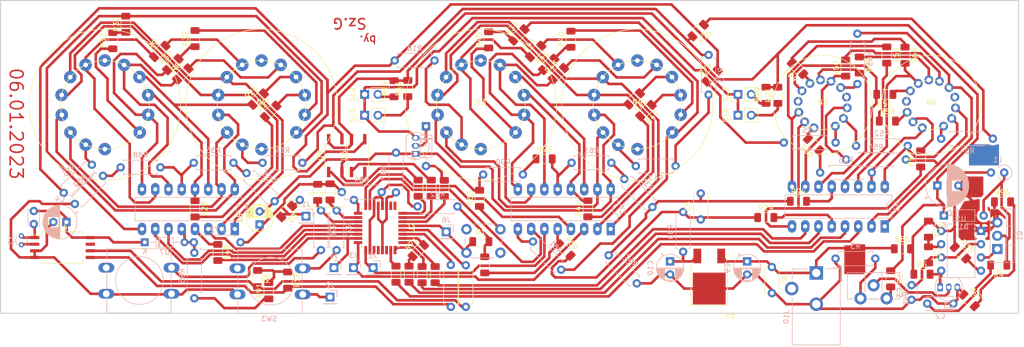
<source format=kicad_pcb>
(kicad_pcb (version 20211014) (generator pcbnew)
  (layers (0 "F.Cu" signal) (31 "B.Cu" signal) (34 "B.Paste" user) (35 "F.Paste" user) (36 "B.SilkS" user "B.Silkscreen") (37 "F.SilkS" user "F.Silkscreen") (38 "B.Mask" user) (39 "F.Mask" user) (44 "Edge.Cuts" user))
  (net 0 "")
  (net 1 "180V")
  (net 2 "GND")
  (net 3 "Net-(C2-Pad1)")
  (net 4 "Net-(C3-Pad1)")
  (net 5 "Net-(C4-Pad1)")
  (net 6 "Net-(C7-Pad1)")
  (net 7 "+12V")
  (net 8 "+5V")
  (net 9 "Net-(D1-Pad2)")
  (net 10 "Net-(D4-Pad1)")
  (net 11 "Net-(D4-Pad2)")
  (net 12 "Net-(GL1-Pad2)")
  (net 13 "Net-(GL1-Pad1)")
  (net 14 "Net-(GL2-Pad2)")
  (net 15 "Net-(GL3-Pad2)")
  (net 16 "Net-(GL4-Pad2)")
  (net 17 "MISO")
  (net 18 "MOSI")
  (net 19 "SCK")
  (net 20 "RST")
  (net 21 "Net-(M1-Pad7)")
  (net 22 "Net-(M1-Pad6)")
  (net 23 "Net-(M1-Pad3)")
  (net 24 "Net-(M2-Pad7)")
  (net 25 "Net-(M2-Pad4)")
  (net 26 "Net-(M3-Pad7)")
  (net 27 "Net-(M3-Pad6)")
  (net 28 "Net-(M3-Pad4)")
  (net 29 "Net-(M3-Pad3)")
  (net 30 "Net-(Q1-Pad1)")
  (net 31 "Net-(Q3-Pad1)")
  (net 32 "Net-(Q3-Pad2)")
  (net 33 "Net-(R2-Pad2)")
  (net 34 "Net-(R3-Pad1)")
  (net 35 "SCL")
  (net 36 "MPSA_0")
  (net 37 "Net-(R12-Pad2)")
  (net 38 "/1{slash}2_8")
  (net 39 "Net-(N1-PadA)")
  (net 40 "SDA")
  (net 41 "Net-(R22-Pad1)")
  (net 42 "LTV_1")
  (net 43 "LTV_0")
  (net 44 "Net-(R23-Pad2)")
  (net 45 "SW1")
  (net 46 "SW2")
  (net 51 "Net-(U4-Pad2)")
  (net 53 "/1{slash}2_9")
  (net 54 "/1{slash}2_2")
  (net 55 "/1{slash}2_3")
  (net 56 "/1{slash}2_7")
  (net 57 "/1{slash}2_6")
  (net 58 "/1{slash}2_4")
  (net 59 "/1{slash}2_5")
  (net 60 "/1{slash}2_1")
  (net 61 "/1{slash}2_0")
  (net 62 "/3{slash}4_0")
  (net 63 "/3{slash}4_1")
  (net 64 "/3{slash}4_5")
  (net 65 "/3{slash}4_4")
  (net 66 "/3{slash}4_6")
  (net 67 "/3{slash}4_7")
  (net 68 "/3{slash}4_3")
  (net 69 "/3{slash}4_2")
  (net 70 "/3{slash}4_9")
  (net 71 "/3{slash}4_8")
  (net 72 "/5{slash}6_0")
  (net 73 "/5{slash}6_1")
  (net 74 "/5{slash}6_5")
  (net 75 "/5{slash}6_4")
  (net 76 "/5{slash}6_6")
  (net 77 "/5{slash}6_7")
  (net 78 "/5{slash}6_3")
  (net 79 "/5{slash}6_2")
  (net 80 "/5{slash}6_9")
  (net 81 "/5{slash}6_8")
  (net 82 "Net-(R30-Pad1)")
  (net 83 "Net-(N1-Pad2)")
  (net 84 "Net-(M1-Pad4)")
  (net 85 "Net-(N2-PadA)")
  (net 86 "Net-(N3-PadA)")
  (net 87 "Net-(N4-PadA)")
  (net 88 "Net-(N5-PadA)")
  (net 89 "Net-(N6-PadA)")
  (net 90 "Net-(R67-Pad2)")
  (net 91 "Net-(R68-Pad2)")
  (net 92 "Net-(R69-Pad2)")
  (net 93 "Net-(R71-Pad2)")
  (net 94 "Net-(R70-Pad2)")
  (net 95 "Net-(R25-Pad2)")
  (net 96 "Net-(R24-Pad2)")
  (net 97 "Net-(R15-Pad2)")
  (net 98 "Net-(R14-Pad1)")
  (net 99 "Net-(R6-Pad2)")
  (net 100 "Net-(R16-Pad2)")
  (net 101 "Net-(M2-Pad8)")
  (net 102 "Net-(R76-Pad1)")
  (net 103 "Net-(R77-Pad1)")
  (net 105 "Net-(D3-Pad1)")
  (net 106 "Net-(R7-Pad2)")
  (footprint "Resistor_SMD:R_1206_3216Metric_Pad1.30x1.75mm_HandSolder" (layer "F.Cu") (at 159.153984 82.028984 135)
    (fp_text reference "R64")
    (fp_text value "0R")
  )
  (footprint "Capacitor_THT:C_Disc_D5.0mm_W2.5mm_P5.00mm" (layer "F.Cu") (at 154.25 120.125 -90)
    (fp_text reference "C6")
    (fp_text value "222")
  )
  (footprint "Resistor_SMD:R_1206_3216Metric_Pad1.30x1.75mm_HandSolder" (layer "F.Cu") (at 119 108.925 90)
    (fp_text reference "R41")
    (fp_text value "0R")
  )
  (footprint "Resistor_SMD:R_1206_3216Metric_Pad1.30x1.75mm_HandSolder" (layer "F.Cu") (at 84.75 121.5 90)
    (fp_text reference "R70" hide)
    (fp_text value "0R" hide)
  )
  (footprint "Resistor_SMD:R_1206_3216Metric_Pad1.30x1.75mm_HandSolder" (layer "F.Cu") (at 39.5 81.25 45)
    (fp_text reference "R38")
    (fp_text value "0R")
  )
  (footprint "Libraries:zm1080T" (layer "F.Cu") (at 164 89)
    (fp_text reference "N5")
    (fp_text value "zm1080t")
  )
  (footprint "Resistor_SMD:R_1206_3216Metric_Pad1.30x1.75mm_HandSolder" (layer "F.Cu") (at 109 78.75 45)
    (fp_text reference "R44")
    (fp_text value "0R")
  )
  (footprint "Connector_PinHeader_2.54mm:PinHeader_1x02_P2.54mm_Vertical" (layer "F.Cu") (at 76.25 91 90)
    (fp_text reference "GL1")
    (fp_text value "Nixie diode")
  )
  (footprint "Resistor_SMD:R_1206_3216Metric_Pad1.30x1.75mm_HandSolder" (layer "F.Cu") (at 179.75 79.5 -90)
    (fp_text reference "R66")
    (fp_text value "0R")
  )
  (footprint "Resistor_SMD:R_1206_3216Metric_Pad1.30x1.75mm_HandSolder" (layer "F.Cu") (at 182.75 99.375 90)
    (fp_text reference "R57")
    (fp_text value "0R")
  )
  (footprint "Resistor_SMD:R_1206_3216Metric_Pad1.30x1.75mm_HandSolder" (layer "F.Cu") (at 55.846016 87.903984 45)
    (fp_text reference "R26")
    (fp_text value "0R")
  )
  (footprint "Package_SO:SO-4_4.4x3.6mm_P2.54mm" (layer "F.Cu") (at 70.625 98.75 90)
    (fp_text reference "U7")
    (fp_text value "LTV-352T")
  )
  (footprint "Resistor_THT:R_Axial_DIN0207_L6.3mm_D2.5mm_P7.62mm_Horizontal" (layer "F.Cu") (at 65.19 107.25)
    (fp_text reference "R7" hide)
    (fp_text value "340R" hide)
  )
  (footprint "Resistor_SMD:R_1206_3216Metric_Pad1.30x1.75mm_HandSolder" (layer "F.Cu") (at 69.625 105.7 90)
    (fp_text reference "R34" hide)
    (fp_text value "10k" hide)
  )
  (footprint "Resistor_SMD:R_1206_3216Metric_Pad1.30x1.75mm_HandSolder" (layer "F.Cu") (at 113.346016 83.028984 45)
    (fp_text reference "R43")
    (fp_text value "0R")
  )
  (footprint "Resistor_SMD:R_1206_3216Metric_Pad1.30x1.75mm_HandSolder" (layer "F.Cu") (at 183 121.5)
    (fp_text reference "R5")
    (fp_text value "56KR")
  )
  (footprint "Resistor_SMD:R_1206_3216Metric_Pad1.30x1.75mm_HandSolder" (layer "F.Cu") (at 110.625 99.375)
    (fp_text reference "R93")
    (fp_text value "0R")
  )
  (footprint "Resistor_SMD:R_1206_3216Metric_Pad1.30x1.75mm_HandSolder" (layer "F.Cu") (at 192.028984 126.528984 -45)
    (fp_text reference "R97")
    (fp_text value "0R")
  )
  (footprint "Resistor_SMD:R_1206_3216Metric_Pad1.30x1.75mm_HandSolder" (layer "F.Cu") (at 176.25 79.45 -90)
    (fp_text reference "R58")
    (fp_text value "0R")
  )
  (footprint "Resistor_SMD:R_1206_3216Metric_Pad1.30x1.75mm_HandSolder" (layer "F.Cu") (at 142.778984 83.471016 45)
    (fp_text reference "R74")
    (fp_text value "0R")
  )
  (footprint "Libraries:z566M" (layer "F.Cu") (at 26.5 89)
    (fp_text reference "N1" hide)
    (fp_text value "z566m" hide)
  )
  (footprint "Libraries:zm1080T" (layer "F.Cu") (at 184.75 89)
    (fp_text reference "N6")
    (fp_text value "zm1080t")
  )
  (footprint "Resistor_SMD:R_1206_3216Metric_Pad1.30x1.75mm_HandSolder" (layer "F.Cu") (at 153.125 87.175 90)
    (fp_text reference "R20")
    (fp_text value "470KR")
  )
  (footprint "Package_SO:SOIC-8_7.5x5.85mm_P1.27mm" (layer "F.Cu") (at 18.375 116.375)
    (fp_text reference "U4")
    (fp_text value "PCF8583T")
  )
  (footprint "Resistor_SMD:R_1206_3216Metric_Pad1.30x1.75mm_HandSolder" (layer "F.Cu") (at 98.5 115.25)
    (fp_text reference "R1")
    (fp_text value "10k")
  )
  (footprint "Resistor_THT:R_Axial_DIN0207_L6.3mm_D2.5mm_P7.62mm_Horizontal" (layer "F.Cu") (at 95.625 127.75 90)
    (fp_text reference "R79" hide)
    (fp_text value "0R" hide)
  )
  (footprint "Resistor_SMD:R_1206_3216Metric_Pad1.30x1.75mm_HandSolder" (layer "F.Cu") (at 162.25 96.625 135)
    (fp_text reference "R56")
    (fp_text value "0R")
  )
  (footprint "Resistor_SMD:R_1206_3216Metric_Pad1.30x1.75mm_HandSolder" (layer "F.Cu") (at 179.25 116.625)
    (fp_text reference "R86")
    (fp_text value "0R")
  )
  (footprint "Resistor_SMD:R_1206_3216Metric_Pad1.30x1.75mm_HandSolder" (layer "F.Cu") (at 177 122.375 -90)
    (fp_text reference "R2")
    (fp_text value "220KR")
  )
  (footprint "Resistor_SMD:R_1206_3216Metric_Pad1.30x1.75mm_HandSolder" (layer "F.Cu") (at 58.25 90.25 45)
    (fp_text reference "R27")
    (fp_text value "0R")
  )
  (footprint "Resistor_SMD:R_1206_3216Metric_Pad1.30x1.75mm_HandSolder" (layer "F.Cu") (at 48.125 117.325 -90)
    (fp_text reference "R48")
    (fp_text value "0R")
  )
  (footprint "Resistor_SMD:R_1206_3216Metric_Pad1.30x1.75mm_HandSolder" (layer "F.Cu") (at 30.5 73.55 90)
    (fp_text reference "R30")
    (fp_text value "0R")
  )
  (footprint "Resistor_SMD:R_1206_3216Metric_Pad1.30x1.75mm_HandSolder" (layer "F.Cu") (at 175.875 87 180)
    (fp_text reference "R51")
    (fp_text value "0R")
  )
  (footprint "Resistor_SMD:R_1206_3216Metric_Pad1.30x1.75mm_HandSolder" (layer "F.Cu") (at 91.5 105.05 -90)
    (fp_text reference "R10" hide)
    (fp_text value "200R" hide)
  )
  (footprint "Libraries:z566M" (layer "F.Cu") (at 98.5 89)
    (fp_text reference "N3")
    (fp_text value "z566m")
  )
  (footprint "Resistor_SMD:R_1206_3216Metric_Pad1.30x1.75mm_HandSolder" (layer "F.Cu") (at 184.25 112.85 -90)
    (fp_text reference "R12")
    (fp_text value "1KR")
  )
  (footprint "Resistor_SMD:R_1206_3216Metric_Pad1.30x1.75mm_HandSolder" (layer "F.Cu") (at 89 105 90)
    (fp_text reference "R23" hide)
    (fp_text value "340R" hide)
  )
  (footprint "Libraries:z566M" (layer "F.Cu") (at 56.5 89)
    (fp_text reference "N2")
    (fp_text value "z566m")
  )
  (footprint "Resistor_SMD:R_1206_3216Metric_Pad1.30x1.75mm_HandSolder" (layer "F.Cu") (at 37 78.75 45)
    (fp_text reference "R9")
    (fp_text value "0R")
  )
  (footprint "Libraries:z566M" (layer "F.Cu") (at 128.5 89)
    (fp_text reference "N4")
    (fp_text value "z566m")
  )
  (footprint "Resistor_SMD:R_1206_3216Metric_Pad1.30x1.75mm_HandSolder" (layer "F.Cu") (at 89.75 121.575 90)
    (fp_text reference "R69" hide)
    (fp_text value "0R" hide)
  )
  (footprint "Package_QFP:TQFP-32_7x7mm_P0.8mm" (layer "F.Cu") (at 79.25 112.625 -90)
    (fp_text reference "U2")
    (fp_text value "ATmega168A-AU")
  )
  (footprint "Resistor_SMD:R_1206_3216Metric_Pad1.30x1.75mm_HandSolder" (layer "F.Cu") (at 87.25 121.575 90)
    (fp_text reference "R68" hide)
    (fp_text value "0R" hide)
  )
  (footprint "Resistor_SMD:R_1206_3216Metric_Pad1.30x1.75mm_HandSolder" (layer "F.Cu") (at 197.7 119.75 180)
    (fp_text reference "R4")
    (fp_text value "2.2KR")
  )
  (footprint "Resistor_SMD:R_1206_3216Metric_Pad1.30x1.75mm_HandSolder" (layer "F.Cu") (at 86.528984 116.971016 45)
    (fp_text reference "R71")
    (fp_text value "0R")
  )
  (footprint "Resistor_SMD:R_1206_3216Metric_Pad1.30x1.75mm_HandSolder" (layer "F.Cu") (at 84.5 85.875 90)
    (fp_text reference "R11")
    (fp_text value "470KR")
  )
  (footprint "Resistor_SMD:R_1206_3216Metric_Pad1.30x1.75mm_HandSolder" (layer "F.Cu") (at 130.125 90.125 -135)
    (fp_text reference "R47")
    (fp_text value "0R")
  )
  (footprint "Libraries:DPAK-3" (layer "F.Cu") (at 142.25 121.95 180)
    (fp_text reference "U5")
    (fp_text value "L7805" hide)
  )
  (footprint "Capacitor_THT:CP_Radial_D5.0mm_P2.50mm" (layer "F.Cu") (at 56.125 111.955112 90)
    (fp_text reference "C8")
    (fp_text value "330uF")
  )
  (footprint "Capacitor_THT:C_Disc_D5.0mm_W2.5mm_P5.00mm" (layer "F.Cu") (at 140.625 111 90)
    (fp_text reference "C5")
    (fp_text value "222")
  )
  (footprint "Resistor_SMD:R_1206_3216Metric_Pad1.30x1.75mm_HandSolder" (layer "F.Cu") (at 127.875 87.875 -135)
    (fp_text reference "R42")
    (fp_text value "0R")
  )
  (footprint "Resistor_SMD:R_1206_3216Metric_Pad1.30x1.75mm_HandSolder" (layer "F.Cu") (at 115.75 76.425 90)
    (fp_text reference "R40")
    (fp_text value "0R")
  )
  (footprint "Resistor_SMD:R_1206_3216Metric_Pad1.30x1.75mm_HandSolder" (layer "F.Cu") (at 100 76.55 90)
    (fp_text reference "R45")
    (fp_text value "0R")
  )
  (footprint "Resistor_SMD:R_1206_3216Metric_Pad1.30x1.75mm_HandSolder" (layer "F.Cu") (at 176.375 92.125)
    (fp_text reference "R59")
    (fp_text value "0R")
  )
  (footprint "Resistor_SMD:R_1206_3216Metric_Pad1.30x1.75mm_HandSolder" (layer "F.Cu") (at 99.25 119.7 90)
    (fp_text reference "R83" hide)
    (fp_text value "0R" hide)
  )
  (footprint "Resistor_THT:R_Axial_DIN0207_L6.3mm_D2.5mm_P7.62mm_Horizontal" (layer "F.Cu") (at 92.75 127.75 90)
    (fp_text reference "R78" hide)
    (fp_text value "0R" hide)
  )
  (footprint "Resistor_SMD:R_1206_3216Metric_Pad1.30x1.75mm_HandSolder" (layer "F.Cu") (at 190.375 117.403984 -45)
    (fp_text reference "R35")
    (fp_text value "0R")
  )
  (footprint "Resistor_SMD:R_1206_3216Metric_Pad1.30x1.75mm_HandSolder" (layer "F.Cu") (at 171 81.375 -90)
    (fp_text reference "R49")
    (fp_text value "0R")
  )
  (footprint "Resistor_SMD:R_1206_3216Metric_Pad1.30x1.75mm_HandSolder" (layer "F.Cu") (at 198.425 107.625)
    (fp_text reference "R96")
    (fp_text value "0R")
  )
  (footprint "Connector_PinHeader_2.54mm:PinHeader_1x02_P2.54mm_Vertical" (layer "F.Cu") (at 76.25 87 90)
    (fp_text reference "GL2")
    (fp_text value "Nixie diode")
  )
  (footprint "Resistor_SMD:R_1206_3216Metric_Pad1.30x1.75mm_HandSolder" (layer "F.Cu") (at 67.25 105.8 90)
    (fp_text reference "R33" hide)
    (fp_text value "10k" hide)
  )
  (footprint "Resistor_SMD:R_1206_3216Metric_Pad1.30x1.75mm_HandSolder" (layer "F.Cu") (at 81.875 85.925 90)
    (fp_text reference "R19")
    (fp_text value "470KR")
  )
  (footprint "Resistor_SMD:R_1206_3216Metric_Pad1.30x1.75mm_HandSolder" (layer "F.Cu") (at 28 76.7 90)
    (fp_text reference "R37")
    (fp_text value "0R")
  )
  (footprint "Resistor_SMD:R_1206_3216Metric_Pad1.30x1.75mm_HandSolder" (layer "F.Cu") (at 86.5 105 -90)
    (fp_text reference "R22" hide)
    (fp_text value "340R" hide)
  )
  (footprint "Resistor_SMD:R_1206_3216Metric_Pad1.30x1.75mm_HandSolder" (layer "F.Cu") (at 57.875 124.675 90)
    (fp_text reference "R91")
    (fp_text value "0R")
  )
  (footprint "Resistor_SMD:R_1206_3216Metric_Pad1.30x1.75mm_HandSolder" (layer "F.Cu") (at 61.5 122.625 -90)
    (fp_text reference "R16")
    (fp_text value "4R7K")
  )
  (footprint "Resistor_SMD:R_1206_3216Metric_Pad1.30x1.75mm_HandSolder" (layer "F.Cu") (at 43.75 76.3 90)
    (fp_text reference "R32")
    (fp_text value "0R")
  )
  (footprint "Resistor_SMD:R_1206_3216Metric_Pad1.30x1.75mm_HandSolder" (layer "F.Cu") (at 111.5 81.25 45)
    (fp_text reference "R46")
    (fp_text value "0R")
  )
  (footprint "Resistor_SMD:R_1206_3216Metric_Pad1.30x1.75mm_HandSolder" (layer "F.Cu") (at 159.325 107.5)
    (fp_text reference "R94")
    (fp_text value "0R")
  )
  (footprint "Resistor_SMD:R_1206_3216Metric_Pad1.30x1.75mm_HandSolder" (layer "F.Cu") (at 168.375 81.95 90)
    (fp_text reference "R50")
    (fp_text value "0R")
  )
  (footprint "Resistor_SMD:R_1206_3216Metric_Pad1.30x1.75mm_HandSolder" (layer "F.Cu") (at 55.75 122.325 -90)
    (fp_text reference "R6")
    (fp_text value "4R7K")
  )
  (footprint "LED_SMD:LED_1206_3216Metric_Pad1.42x1.75mm_HandSolder" (layer "F.Cu") (at 61.301821 109.448179 -135)
    (fp_text reference "D3")
    (fp_text value "LED")
  )
  (footprint "Resistor_SMD:R_1206_3216Metric_Pad1.30x1.75mm_HandSolder" (layer "F.Cu") (at 105.778984 75.596016 45)
    (fp_text reference "R39")
    (fp_text value "0R")
  )
  (footprint "Resistor_SMD:R_1206_3216Metric_Pad1.30x1.75mm_HandSolder" (layer "F.Cu") (at 43.75 108.95 -90)
    (fp_text reference "R28")
    (fp_text value "0R")
  )
  (footprint "Resistor_SMD:R_1206_3216Metric_Pad1.30x1.75mm_HandSolder" (layer "F.Cu") (at 82.25 121.5 90)
    (fp_text reference "R67" hide)
    (fp_text value "0R" hide)
  )
  (footprint "Resistor_SMD:R_1206_3216Metric_Pad1.30x1.75mm_HandSolder" (layer "F.Cu") (at 98.25 106.95 90)
    (fp_text reference "R63")
    (fp_text value "0R")
  )
  (footprint "Resistor_SMD:R_1206_3216Metric_Pad1.30x1.75mm_HandSolder" (layer "F.Cu") (at 140.125 74.75 -135)
    (fp_text reference "R75")
    (fp_text value "0R")
  )
  (footprint "Connector_PinHeader_2.54mm:PinHeader_1x02_P2.54mm_Vertical" (layer "F.Cu") (at 147.75 87 90)
    (fp_text reference "GL3")
    (fp_text value "Nixie diode")
  )
  (footprint "Package_SO:SO-4_4.4x3.6mm_P2.54mm" (layer "F.Cu") (at 75 98.75 90)
    (fp_text reference "U6")
    (fp_text value "LTV-352T")
  )
  (footprint "Resistor_SMD:R_1206_3216Metric_Pad1.30x1.75mm_HandSolder" (layer "F.Cu") (at 155.375 87.175 90)
    (fp_text reference "R21")
    (fp_text value "470KR")
  )
  (footprint "Resistor_SMD:R_1206_3216Metric_Pad1.30x1.75mm_HandSolder" (layer "F.Cu") (at 153.075 110.625)
    (fp_text reference "R29")
    (fp_text value "0R")
  )
  (footprint "Connector_PinHeader_2.54mm:PinHeader_1x02_P2.54mm_Vertical" (layer "F.Cu") (at 147.75 91 90)
    (fp_text reference "GL4")
    (fp_text value "Nixie diode")
  )
  (footprint "Resistor_SMD:R_1206_3216Metric_Pad1.30x1.75mm_HandSolder" (layer "F.Cu") (at 114.596016 116.846016 -45)
    (fp_text reference "R60")
    (fp_text value "0R")
  )
  (footprint "Resistor_SMD:R_1206_3216Metric_Pad1.30x1.75mm_HandSolder" (layer "F.Cu") (at 41.403984 83.096016 45)
    (fp_text reference "R8")
    (fp_text value "0R")
  )
  (footprint "Resistor_SMD:R_1206_3216Metric_Pad1.30x1.75mm_HandSolder" (layer "F.Cu") (at 184.25 117.8 -90)
    (fp_text reference "R13")
    (fp_text value "10KR")
  )
  (footprint "Button_Switch_THT:SW_PUSH_6mm_H4.3mm" (layer "B.Cu") (at 102.25 112.875 180)
    (fp_text reference "SW1" hide)
    (fp_text value "SW_DPST" hide)
  )
  (footprint "Inductor_THT:L_Axial_L6.6mm_D2.7mm_P2.54mm_Vertical_Vishay_IM-2" (layer "B.Cu") (at 198.745 102 180)
    (fp_text reference "L1")
    (fp_text value "10uH")
  )
  (footprint "Resistor_THT:R_Axial_DIN0207_L6.3mm_D2.5mm_P7.62mm_Horizontal" (layer "B.Cu") (at 51.8608 115.375 180)
    (fp_text reference "R72")
    (fp_text value "??")
  )
  (footprint "Package_TO_SOT_THT:TO-220-3_Vertical" (layer "B.Cu") (at 197.43 116.665 90)
    (fp_text reference "Q1")
    (fp_text value "BUZ73")
  )
  (footprint "Resistor_THT:R_Axial_DIN0207_L6.3mm_D2.5mm_P7.62mm_Horizontal" (layer "B.Cu") (at 89.625 80.5 180)
    (fp_text reference "R18")
    (fp_text value "??")
  )
  (footprint "Capacitor_THT:CP_Radial_D6.3mm_P2.50mm" (layer "B.Cu") (at 19.125 111.5 180)
    (fp_text reference "C4")
    (fp_text value "0,5F")
  )
  (footprint "Resistor_THT:R_Axial_DIN0207_L6.3mm_D2.5mm_P7.62mm_Horizontal" (layer "B.Cu") (at 51.125 100.125 180)
    (fp_text reference "R36")
    (fp_text value "??")
  )
  (footprint "Capacitor_THT:C_Disc_D3.0mm_W2.0mm_P2.50mm" (layer "B.Cu") (at 181 123.75 -90)
    (fp_text reference "C3")
    (fp_text value "2.2nF")
  )
  (footprint "Resistor_THT:R_Axial_DIN0207_L6.3mm_D2.5mm_P7.62mm_Horizontal" (layer "B.Cu") (at 67.875 116.875 90)
    (fp_text reference "R76")
    (fp_text value "0R")
  )
  (footprint "Resistor_THT:R_Axial_DIN0207_L6.3mm_D2.5mm_P7.62mm_Horizontal" (layer "B.Cu") (at 82.25 98.19 -90)
    (fp_text reference "R87")
    (fp_text value "??")
  )
  (footprint "Resistor_THT:R_Axial_DIN0207_L6.3mm_D2.5mm_P7.62mm_Horizontal" (layer "B.Cu") (at 79.5 105.75 180)
    (fp_text reference "R84")
    (fp_text value "??")
  )
  (footprint "Package_DIP:DIP-16_W7.62mm_LongPads" (layer "B.Cu") (at 51.375 112.825 90)
    (fp_text reference "M1")
    (fp_text value "74141SOIC16")
  )
  (footprint "Resistor_THT:R_Axial_DIN0207_L6.3mm_D2.5mm_P7.62mm_Horizontal" (layer "B.Cu") (at 123.5 100.125 180)
    (fp_text reference "R61")
    (fp_text value "??")
  )
  (footprint "Diode_THT:D_DO-35_SOD27_P7.62mm_Horizontal" (layer "B.Cu") (at 88 93.13 -90)
    (fp_text reference "D4")
    (fp_text value "UF4004" hide)
  )
  (footprint "Resistor_THT:R_Axial_DIN0207_L6.3mm_D2.5mm_P7.62mm_Horizontal" (layer "B.Cu") (at 94 108.5 180)
    (fp_text reference "R82")
    (fp_text value "??")
  )
  (footprint "Potentiometer_THT:Potentiometer_ACP_CA9-H2,5_Horizontal" (layer "B.Cu") (at 176.225 126.125 90)
    (fp_text reference "RV1")
    (fp_text value "R_POT 1K")
  )
  (footprint "Resistor_THT:R_Axial_DIN0207_L6.3mm_D2.5mm_P7.62mm_Horizontal" (layer "B.Cu") (at 128.375 123.25 135)
    (fp_text reference "R62")
    (fp_text value "??")
  )
  (footprint "Button_Switch_THT:SW_PUSH-12mm" (layer "B.Cu") (at 51.885 125.375)
    (fp_text reference "SW3")
    (fp_text value "SW_DPST")
  )
  (footprint "Capacitor_THT:C_Disc_D3.0mm_W2.0mm_P2.50mm" (layer "B.Cu") (at 12.875 111.875 90)
    (fp_text reference "C7")
    (fp_text value "22pF")
  )
  (footprint "Resistor_THT:R_Axial_DIN0207_L6.3mm_D2.5mm_P7.62mm_Horizontal" (layer "B.Cu") (at 26.125 102.625 -135)
    (fp_text reference "R89")
    (fp_text value "??")
  )
  (footprint "Connector_PinHeader_2.54mm:PinHeader_1x01_P2.54mm_Vertical" (layer "B.Cu") (at 77.875 120.25 180)
    (fp_text reference "J5")
    (fp_text value "Conn_01x01_Male")
  )
  (footprint "Button_Switch_THT:SW_PUSH-12mm" (layer "B.Cu") (at 26.76 125.25)
    (fp_text reference "SW2" hide)
    (fp_text value "SW_DPST" hide)
  )
  (footprint "Capacitor_THT:CP_Radial_D5.0mm_P2.50mm" (layer "B.Cu") (at 149.5 119.044888 -90)
    (fp_text reference "C9")
    (fp_text value "330uF")
  )
  (footprint "Resistor_THT:R_Axial_DIN0207_L6.3mm_D2.5mm_P7.62mm_Horizontal" (layer "B.Cu") (at 187.815 95.5)
    (fp_text reference "R24")
    (fp_text value "??")
  )
  (footprint "Resistor_THT:R_Axial_DIN0207_L6.3mm_D2.5mm_P7.62mm_Horizontal" (layer "B.Cu") (at 70.875 116.875 90)
    (fp_text reference "R77")
    (fp_text value "0R")
  )
  (footprint "Diode_THT:D_DO-34_SOD68_P7.62mm_Horizontal" (layer "B.Cu") (at 34.125 115.375)
    (fp_text reference "D7")
    (fp_text value "D")
  )
  (footprint "Connector_BarrelJack:BarrelJack_CUI_PJ-102AH_Horizontal" (layer "B.Cu") (at 162.75 121.25 180)
    (fp_text reference "J10")
    (fp_text value "DC IN")
  )
  (footprint "Resistor_THT:R_Axial_DIN0207_L6.3mm_D2.5mm_P7.62mm_Horizontal" (layer "B.Cu") (at 24 100.5 -135)
    (fp_text reference "R15")
    (fp_text value "??")
  )
  (footprint "Package_DIP:DIP-16_W7.62mm_LongPads" (layer "B.Cu") (at 123.375 112.825 90)
    (fp_text reference "M2")
    (fp_text value "74141SOIC16")
  )
  (footprint "Crystal:Crystal_DS15_D1.5mm_L5.0mm_Vertical" (layer "B.Cu") (at 10.5 114.15 -90)
    (fp_text reference "Y2")
    (fp_text value "32,768Hz")
  )
  (footprint "Resistor_THT:R_Axial_DIN0207_L6.3mm_D2.5mm_P7.62mm_Horizontal" (layer "B.Cu") (at 43.625 117.9908 -90)
    (fp_text reference "R85")
    (fp_text value "??")
  )
  (footprint "Diode_THT:D_DO-35_SOD27_P7.62mm_Horizontal" (layer "B.Cu") (at 187.19 110.25)
    (fp_text reference "D1")
    (fp_text value "UF4004")
  )
  (footprint "Resistor_THT:R_Axial_DIN0207_L6.3mm_D2.5mm_P7.62mm_Horizontal" (layer "B.Cu") (at 142.125 87.06 90)
    (fp_text reference "R73")
    (fp_text value "0R")
  )
  (footprint "Connector_PinHeader_2.54mm:PinHeader_1x01_P2.54mm_Vertical" (layer "B.Cu") (at 74.125 120.25 180)
    (fp_text reference "J3")
    (fp_text value "Conn_01x01_Male")
  )
  (footprint "Capacitor_THT:C_Disc_D5.0mm_W2.5mm_P5.00mm" (layer "B.Cu") (at 184 127.125)
    (fp_text reference "C2")
    (fp_text value "100pF")
  )
  (footprint "Resistor_THT:R_Axial_DIN0207_L6.3mm_D2.5mm_P7.62mm_Horizontal" (layer "B.Cu") (at 165.31 96.25 180)
    (fp_text reference "R25")
    (fp_text value "??")
  )
  (footprint "Resistor_THT:R_Axial_DIN0207_L6.3mm_D2.5mm_P7.62mm_Horizontal" (layer "B.Cu") (at 64.31 100.125 180)
    (fp_text reference "R14")
    (fp_text value "??")
  )
  (footprint "Resistor_THT:R_Axial_DIN0207_L6.3mm_D2.5mm_P7.62mm_Horizontal" (layer "B.Cu") (at 128.19 100.75)
    (fp_text reference "R17")
    (fp_text value "??")
  )
  (footprint "Resistor_THT:R_Axial_DIN0207_L6.3mm_D2.5mm_P7.62mm_Horizontal" (layer "B.Cu") (at 178 99.5 180)
    (fp_text reference "R54")
    (fp_text value "0R")
  )
  (footprint "Resistor_THT:R_Axial_DIN0207_L6.3mm_D2.5mm_P7.62mm_Horizontal" (layer "B.Cu") (at 137.25 109.565 -90)
    (fp_text reference "R80")
    (fp_text value "??")
  )
  (footprint "Resistor_THT:R_Axial_DIN0207_L6.3mm_D2.5mm_P7.62mm_Horizontal" (layer "B.Cu") (at 174.06 118.5 180)
    (fp_text reference "R3")
    (fp_text value "470R")
  )
  (footprint "Resistor_THT:R_Axial_DIN0207_L6.3mm_D2.5mm_P7.62mm_Horizontal" (layer "B.Cu") (at 37.125 101 180)
    (fp_text reference "R88")
    (fp_text value "??")
  )
  (footprint "Package_TO_SOT_THT:TO-92_Inline" (layer "B.Cu") (at 86.015 98.145 90)
    (fp_text reference "Q2")
    (fp_text value "MPSA43")
  )
  (footprint "Resistor_THT:R_Axial_DIN0207_L6.3mm_D2.5mm_P7.62mm_Horizontal" (layer "B.Cu") (at 179.125 96.875 180)
    (fp_text reference "R52")
    (fp_text value "0R")
  )
  (footprint "Package_DIP:DIP-16_W7.62mm_LongPads" (layer "B.Cu") (at 175.875 112.325 90)
    (fp_text reference "M3")
    (fp_text value "74141SOIC16")
  )
  (footprint "Package_TO_SOT_THT:TO-92_Inline" (layer "B.Cu") (at 186.855 124.015)
    (fp_text reference "Q3")
    (fp_text value "BC547")
  )
  (footprint "Resistor_THT:R_Axial_DIN0207_L6.3mm_D2.5mm_P7.62mm_Horizontal" (layer "B.Cu") (at 172.25 102 180)
    (fp_text reference "R55")
    (fp_text value "0R")
  )
  (footprint "Capacitor_THT:CP_Radial_D8.0mm_P3.80mm" (layer "B.Cu") (at 185.947349 104.5)
    (fp_text reference "C1")
    (fp_text value "2.2uF HV")
  )
  (footprint "Resistor_THT:R_Axial_DIN0207_L6.3mm_D2.5mm_P7.62mm_Horizontal" (layer "B.Cu") (at 170.625 84 90)
    (fp_text reference "R65")
    (fp_text value "0R")
  )
  (footprint "Capacitor_THT:CP_Radial_D5.0mm_P2.50mm" (layer "B.Cu") (at 134.75 119.044887 -90)
    (fp_text reference "C10")
    (fp_text value "330uF")
  )
  (footprint "Connector_PinHeader_2.54mm:PinHeader_1x01_P2.54mm_Vertical" (layer "B.Cu") (at 91.875 113.375 180)
    (fp_text reference "J6")
    (fp_text value "Conn_01x01_Male")
  )
  (footprint "Package_DIP:DIP-8_W7.62mm" (layer "B.Cu") (at 194.3 113.2 180)
    (fp_text reference "U1")
    (fp_text value "NE555P")
  )
  (footprint "Resistor_THT:R_Axial_DIN0207_L6.3mm_D2.5mm_P7.62mm_Horizontal" (layer "B.Cu") (at 106.56 102.375 180)
    (fp_text reference "R90")
    (fp_text value "??")
  )
  (footprint "Connector_PinHeader_2.54mm:PinHeader_1x01_P2.54mm_Vertical" (layer "B.Cu") (at 65 110.375 180)
    (fp_text reference "J1")
    (fp_text value "Conn_01x01_Male")
  )
  (footprint "Connector_PinHeader_2.54mm:PinHeader_1x01_P2.54mm_Vertical" (layer "B.Cu") (at 69.625 125.875 180)
    (fp_text reference "J2")
    (fp_text value "Conn_01x01_Male")
  )
  (footprint "Resistor_THT:R_Axial_DIN0207_L6.3mm_D2.5mm_P7.62mm_Horizontal" (layer "B.Cu") (at 131.375 108.625 135)
    (fp_text reference "R31")
    (fp_text value "??")
  )
  (footprint "Resistor_THT:R_Axial_DIN0207_L6.3mm_D2.5mm_P7.62mm_Horizontal" (layer "B.Cu") (at 113.875 120.625 135)
    (fp_text reference "R81")
    (fp_text value "0R")
  )
  (footprint "Connector_PinHeader_2.54mm:PinHeader_1x01_P2.54mm_Vertical" (layer "B.Cu") (at 70.375 120.25 180)
    (fp_text reference "J4")
    (fp_text value "Conn_01x01_Male")
  )
  (footprint "Resistor_THT:R_Axial_DIN0207_L6.3mm_D2.5mm_P7.62mm_Horizontal" (layer "B.Cu") (at 59 107.5 135)
    (fp_text reference "R53")
    (fp_text value "??")
  )
  (gr_rect (start 6.5 69) (end 201.5 129) (layer "Edge.Cuts") (width 0.2) (fill none))
  (gr_text "by." (at 76.875 76.5 180) (layer "F.Cu") (effects (font (size 1.5 1.5) (thickness 0.25))))
  (gr_text "Sz.G" (at 73.375 73.375 180) (layer "F.Cu") (effects (font (size 2 2) (thickness 0.3))))
  (gr_text "06.01.2023" (at 9.5 92.625 270) (layer "F.Cu") (effects (font (size 2.5 2.5) (thickness 0.3))))
  (segment (start 73.73 94.855) (end 71.375 92.5) (width 0.5) (layer "F.Cu") (net 1))
  (segment (start 193.625 87) (end 180.375 73.75) (width 0.5) (layer "F.Cu") (net 1))
  (segment (start 187.19 110.25) (end 187.19 108.94) (width 0.5) (layer "F.Cu") (net 1))
  (segment (start 69.355 95.6) (end 69.355 96.23) (width 0.5) (layer "F.Cu") (net 1))
  (segment (start 71.375 92.5) (end 71.375 87.5) (width 0.5) (layer "F.Cu") (net 1))
  (segment (start 73.73 95.6) (end 73.73 94.855) (width 0.5) (layer "F.Cu") (net 1))
  (segment (start 150.5 84.125) (end 155.875 78.75) (width 0.5) (layer "F.Cu") (net 1))
  (segment (start 177 120.825) (end 177.175 120.825) (width 0.5) (layer "F.Cu") (net 1))
  (segment (start 73.73 96.645) (end 73.73 95.6) (width 0.5) (layer "F.Cu") (net 1))
  (segment (start 143.875 84.125) (end 150.5 84.125) (width 0.5) (layer "F.Cu") (net 1))
  (segment (start 84.5 82.5) (end 95.5 71.5) (width 0.5) (layer "F.Cu") (net 1))
  (segment (start 81.875 84.375) (end 84.45 84.375) (width 0.5) (layer "F.Cu") (net 1))
  (segment (start 183.3125 108.25) (end 186.875 108.25) (width 0.5) (layer "F.Cu") (net 1))
  (segment (start 69.355 96.23) (end 70.375 97.25) (width 0.5) (layer "F.Cu") (net 1))
  (segment (start 185.947349 104.5) (end 185.947349 103.177651) (width 0.5) (layer "F.Cu") (net 1))
  (segment (start 193.625 95.5) (end 193.625 87) (width 0.5) (layer "F.Cu") (net 1))
  (segment (start 187.19 108.19) (end 185.947349 106.947349) (width 0.5) (layer "F.Cu") (net 1))
  (segment (start 185.947349 103.177651) (end 193.625 95.5) (width 0.5) (layer "F.Cu") (net 1))
  (segment (start 185.947349 106.947349) (end 185.947349 104.5) (width 0.5) (layer "F.Cu") (net 1))
  (segment (start 95.5 71.5) (end 131.25 71.5) (width 0.5) (layer "F.Cu") (net 1))
  (segment (start 187.19 108.94) (end 187.19 108.19) (width 0.5) (layer "F.Cu") (net 1))
  (segment (start 71.375 87.5) (end 74.875 84) (width 0.5) (layer "F.Cu") (net 1))
  (segment (start 179.25 118.75) (end 179.25 112.3125) (width 0.5) (layer "F.Cu") (net 1))
  (segment (start 155.375 85.625) (end 153.125 85.625) (width 0.5) (layer "F.Cu") (net 1))
  (segment (start 177.175 120.825) (end 179.25 118.75) (width 0.5) (layer "F.Cu") (net 1))
  (segment (start 73.125 97.25) (end 73.73 96.645) (width 0.5) (layer "F.Cu") (net 1))
  (segment (start 180.375 73.75) (end 160.875 73.75) (width 0.5) (layer "F.Cu") (net 1))
  (segment (start 70.375 97.25) (end 73.125 97.25) (width 0.5) (layer "F.Cu") (net 1))
  (segment (start 160.875 73.75) (end 155.875 78.75) (width 0.5) (layer "F.Cu") (net 1))
  (segment (start 74.875 84) (end 81.5 84) (width 0.5) (layer "F.Cu") (net 1))
  (segment (start 131.25 71.5) (end 143.875 84.125) (width 0.5) (layer "F.Cu") (net 1))
  (segment (start 84.45 84.375) (end 84.5 84.325) (width 0.5) (layer "F.Cu") (net 1))
  (segment (start 84.5 84.325) (end 84.5 82.5) (width 0.5) (layer "F.Cu") (net 1))
  (segment (start 155.875 78.75) (end 155.375 79.25) (width 0.5) (layer "F.Cu") (net 1))
  (segment (start 81.5 84) (end 81.875 84.375) (width 0.5) (layer "F.Cu") (net 1))
  (segment (start 155.375 79.25) (end 155.375 85.625) (width 0.5) (layer "F.Cu") (net 1))
  (segment (start 179.25 112.3125) (end 183.3125 108.25) (width 0.5) (layer "F.Cu") (net 1))
  (segment (start 78.85 108.375) (end 78.85 110.925) (width 0.5) (layer "F.Cu") (net 2))
  (segment (start 26.125 102.625) (end 27.88 102.625) (width 0.5) (layer "F.Cu") (net 2))
  (segment (start 196.875 111.03) (end 196.875 107.625) (width 0.5) (layer "F.Cu") (net 2))
  (segment (start 57.044888 109.455112) (end 59 107.5) (width 0.5) (layer "F.Cu") (net 2))
  (segment (start 189.791 124) (end 189.776 124.015) (width 0.5) (layer "F.Cu") (net 2))
  (segment (start 157.775 107.5) (end 140.625 107.5) (width 0.5) (layer "F.Cu") (net 2))
  (segment (start 128.375 123.25) (end 131.125 123.25) (width 0.5) (layer "F.Cu") (net 2))
  (segment (start 13.05 118.28) (end 16.78 118.28) (width 0.5) (layer "F.Cu") (net 2))
  (segment (start 53.111846 102.111846) (end 51.125 100.125) (width 0.5) (layer "F.Cu") (net 2))
  (segment (start 98.25 105.4) (end 98.25 103.065) (width 0.5) (layer "F.Cu") (net 2))
  (segment (start 199.625 121.75) (end 197 121.75) (width 0.5) (layer "F.Cu") (net 2))
  (segment (start 23.75 125.25) (end 26.76 125.25) (width 0.5) (layer "F.Cu") (net 2))
  (segment (start 69 99.5) (end 72.625 99.5) (width 0.5) (layer "F.Cu") (net 2))
  (segment (start 63.75 102.75) (end 65.75 102.75) (width 0.5) (layer "F.Cu") (net 2))
  (segment (start 184.6875 125.75) (end 183.25 125.75) (width 0.5) (layer "F.Cu") (net 2))
  (segment (start 15.375 115.875) (end 15.375 112.75) (width 0.5) (layer "F.Cu") (net 2))
  (segment (start 112.175 99.375) (end 112.175 101.05) (width 0.5) (layer "F.Cu") (net 2))
  (segment (start 75.375 103.625) (end 72.75 103.625) (width 0.5) (layer "F.Cu") (net 2))
  (segment (start 80.75 106.625) (end 81.435 106.625) (width 0.5) (layer "F.Cu") (net 2))
  (segment (start 182.6084 126.3916) (end 181 126.3916) (width 0.5) (layer "F.Cu") (net 2))
  (segment (start 13.986846 107.5) (end 12 107.5) (width 0.5) (layer "F.Cu") (net 2))
  (segment (start 65.75 102.75) (end 69 99.5) (width 0.5) (layer "F.Cu") (net 2))
  (segment (start 15.375 112.75) (end 16.625 111.5) (width 0.5) (layer "F.Cu") (net 2))
  (segment (start 59 107.5) (end 63.75 102.75) (width 0.5) (layer "F.Cu") (net 2))
  (segment (start 151.294888 121.544888) (end 149.5 121.544888) (width 0.5) (layer "F.Cu") (net 2))
  (segment (start 27.88 102.625) (end 29.505 101) (width 0.5) (layer "F.Cu") (net 2))
  (segment (start 106.56 101.89) (end 109.075 99.375) (width 0.5) (layer "F.Cu") (net 2))
  (segment (start 130.125 110.723692) (end 130.125 109.875) (width 0.5) (layer "F.Cu") (net 2))
  (segment (start 189.776 126.349) (end 189 127.125) (width 0.5) (layer "F.Cu") (net 2))
  (segment (start 98.25 105.4) (end 97.15 105.4) (width 0.5) (layer "F.Cu") (net 2))
  (segment (start 41.215 102.415) (end 43.505 100.125) (width 0.5) (layer "F.Cu") (net 2))
  (segment (start 194.25 124.5) (end 194.25 126.5) (width 0.5) (layer "F.Cu") (net 2))
  (segment (start 12 107.5) (end 8.5 111) (width 0.5) (layer "F.Cu") (net 2))
  (segment (start 50.96 124.45) (end 51.885 125.375) (width 0.5) (layer "F.Cu") (net 2))
  (segment (start 162.75 127.25) (end 167.315 122.685) (width 0.5) (layer "F.Cu") (net 2))
  (segment (start 10.155 118.28) (end 13.05 118.28) (width 0.5) (layer "F.Cu") (net 2))
  (segment (start 51.885 125.375) (end 51.885 125.385) (width 0.5) (layer "F.Cu") (net 2))
  (segment (start 194.3 113.2) (end 194.875 112.625) (width 0.5) (layer "F.Cu") (net 2))
  (segment (start 125.986846 103.236846) (end 125.986846 102.611846) (width 0.5) (layer "F.Cu") (net 2))
  (segment (start 186.0625 127.125) (end 184.6875 125.75) (width 0.5) (layer "F.Cu") (net 2))
  (segment (start 112.175 101.05) (end 113.215 102.09) (width 0.5) (layer "F.Cu") (net 2))
  (segment (start 165.715 106.91) (end 165.715 104.705) (width 0.5) (layer "F.Cu") (net 2))
  (segment (start 41.215 105.205) (end 41.215 102.59) (width 0.5) (layer "F.Cu") (net 2))
  (segment (start 200.625 108.275) (end 200.625 120.75) (width 0.5) (layer "F.Cu") (net 2))
  (segment (start 67.625 125.875) (end 67.125 125.375) (width 0.5) (layer "F.Cu") (net 2))
  (segment (start 41.215 102.59) (end 41.215 102.415) (width 0.5) (layer "F.Cu") (net 2))
  (segment (start 78.351 98.399) (end 77.25 99.5) (width 0.5) (layer "F.Cu") (net 2))
  (segment (start 165.125 107.5) (end 165.715 106.91) (width 0.5) (layer "F.Cu") (net 2))
  (segment (start 113.215 105.205) (end 113.215 102.79) (width 0.5) (layer "F.Cu") (net 2))
  (segment (start 132.5 107.5) (end 131.375 108.625) (width 0.5) (layer "F.Cu") (net 2))
  (segment (start 71.895 102.77) (end 71.895 101.9) (width 0.5) (layer "F.Cu") (net 2))
  (segment (start 131.125 123.25) (end 132.830113 121.544887) (width 0.5) (layer "F.Cu") (net 2))
  (segment (start 79.65 111.725) (end 80.45 110.925) (width 0.5) (layer "F.Cu") (net 2))
  (segment (start 90.149 98.399) (end 86.015 98.399) (width 0.5) (layer "F.Cu") (net 2))
  (segment (start 72.75 103.625) (end 71.895 102.77) (width 0.5) (layer "F.Cu") (net 2))
  (segment (start 26.76 125.25) (end 26.885 125.375) (width 0.5) (layer "F.Cu") (net 2))
  (segment (start 194.25 126.5) (end 193.125 127.625) (width 0.5) (layer "F.Cu") (net 2))
  (segment (start 137.455113 124.25) (end 142.25 124.25) (width 0.5) (layer "F.Cu") (net 2))
  (segment (start 193.95 113.2) (end 192.625 111.875) (width 0.5) (layer "F.Cu") (net 2))
  (segment (start 183.25 125.75) (end 182.6084 126.3916) (width 0.5) (layer "F.Cu") (net 2))
  (segment (start 16.78 118.28) (end 23.75 125.25) (width 0.5) (layer "F.Cu") (net 2))
  (segment (start 41.25 125.375) (end 42.175 124.45) (width 0.5) (layer "F.Cu") (net 2))
  (segment (start 163.625 128.125) (end 179.2666 128.125) (width 0.5) (layer "F.Cu") (net 2))
  (segment (start 197.43 111.585) (end 196.875 111.03) (width 0.5) (layer "F.Cu") (net 2))
  (segment (start 113.215 102.79) (end 115.88 100.125) (width 0.5) (layer "F.Cu") (net 2))
  (segment (start 146.794888 124.25) (end 142.25 124.25) (width 0.5) (layer "F.Cu") (net 2))
  (segment (start 8.5 116.625) (end 10.155 118.28) (width 0.5) (layer "F.Cu") (net 2))
  (segment (start 199.975 107.625) (end 200.625 108.275) (width 0.5) (layer "F.Cu") (net 2))
  (segment (start 162.75 127.25) (end 157 127.25) (width 0.5) (layer "F.Cu") (net 2))
  (segment (start 76.27 102.73) (end 75.375 103.625) (width 0.5) (layer "F.Cu") (net 2))
  (segment (start 80.45 106.925) (end 80.75 106.625) (width 0.5) (layer "F.Cu") (net 2))
  (segment (start 8.5 111) (end 8.5 116.625) (width 0.5) (layer "F.Cu") (net 2))
  (segment (start 81.435 106.625) (end 82.25 105.81) (width 0.5) (layer "F.Cu") (net 2))
  (segment (start 167.315 122.685) (end 167.315 120.25) (width 0.5) (layer "F.Cu") (net 2))
  (segment (start 125.986846 102.611846) (end 123.5 100.125) (width 0.5) (layer "F.Cu") (net 2))
  (segment (start 26.885 125.375) (end 41.25 125.375) (width 0.5) (layer "F.Cu") (net 2))
  (segment (start 162.75 127.25) (end 163.625 128.125) (width 0.5) (layer "F.Cu") (net 2))
  (segment (start 80.45 110.925) (end 80.45 108.375) (width 0.5) (layer "F.Cu") (net 2))
  (segment (start 14.5 108.013154) (end 13.986846 107.5) (width 0.5) (layer "F.Cu") (net 2))
  (segment (start 113.215 102.09) (end 113.215 102.79) (width 0.5) (layer "F.Cu") (net 2))
  (segment (start 86.015 98.399) (end 78.351 98.399) (width 0.5) (layer "F.Cu") (net 2))
  (segment (start 189.960549 104.7132) (end 189.960549 104.5) (width 0.5) (layer "F.Cu") (net 2))
  (segment (start 157 127.25) (end 151.294888 121.544888) (width 0.5) (layer "F.Cu") (net 2))
  (segment (start 72.625 99.5) (end 71.895 100.23) (width 0.5) (layer "F.Cu") (net 2))
  (segment (start 190.932968 125.432968) (end 190.932968 125.171968) (width 0.5) (layer "F.Cu") (net 2))
  (segment (start 98.25 108.875) (end 98.25 108.5) (width 0.5) (layer "F.Cu") (net 2))
  (segment (start 56.125 109.455112) (end 57.044888 109.455112) (width 0.5) (layer "F.Cu") (net 2))
  (segment (start 190.932968 125.171968) (end 189.776 124.015) (width 0.5) (layer "F.Cu") (net 2))
  (segment (start 80.45 108.375) (end 80.45 106.925) (width 0.5) (layer "F.Cu") (net 2))
  (segment (start 160.875 107.5) (end 165.125 107.5) (width 0.5) (layer "F.Cu") (net 2))
  (segment (start 134.75 121.544887) (end 137.455113 124.25) (width 0.5) (layer "F.Cu") (net 2))
  (segment (start 102.25 112.875) (end 98.25 108.875) (width 0.5) (layer "F.Cu") (net 2))
  (segment (start 76.27 101.9) (end 76.27 102.73) (width 0.5) (layer "F.Cu") (net 2))
  (segment (start 97.15 105.4) (end 90.149 98.399) (width 0.5) (layer "F.Cu") (net 2))
  (segment (start 78.85 110.925) (end 79.65 111.725) (width 0.5) (layer "F.Cu") (net 2))
  (segment (start 179.2666 128.125) (end 181 126.3916) (width 0.5) (layer "F.Cu") (net 2))
  (segment (start 14.24 117.01) (end 15.375 115.875) (width 0.5) (layer "F.Cu") (net 2))
  (segment (start 192.625 107.377651) (end 189.960549 104.7132) (width 0.5) (layer "F.Cu") (net 2))
  (segment (start 130.125 109.875) (end 131.375 108.625) (width 0.5) (layer "F.Cu") (net 2))
  (segment (start 39.625 101) (end 37.125 101) (width 0.5) (layer "F.Cu") (net 2))
  (segment (start 196.39 112.625) (end 197.43 111.585) (width 0.5) (layer "F.Cu") (net 2))
  (segment (start 189.776 124.015) (end 189.776 126.349) (width 0.5) (layer "F.Cu") (net 2))
  (segment (start 140.625 107.5) (end 132.5 107.5) (width 0.5) (layer "F.Cu") (net 2))
  (segment (start 167.315 120.25) (end 166.44 119.375) (width 0.5) (layer "F.Cu") (net 2))
  (segment (start 13.05 117.01) (end 14.24 117.01) (width 0.5) (layer "F.Cu") (net 2))
  (segment (start 13.05 118.28) (end 13.05 117.01) (width 0.5) (layer "F.Cu") (net 2))
  (segment (start 132.830113 121.544887) (end 134.75 121.544887) (width 0.5) (layer "F.Cu") (net 2))
  (segment (start 98.25 103.065) (end 98.94 102.375) (width 0.5) (layer "F.Cu") (net 2))
  (segment (start 194.3 113.2) (end 193.95 113.2) (width 0.5) (layer "F.Cu") (net 2))
  (segment (start 67.125 125.375) (end 64.385 125.375) (width 0.5) (layer "F.Cu") (net 2))
  (segment (start 41.215 102.59) (end 39.625 101) (width 0.5) (layer "F.Cu") (net 2))
  (segment (start 42.175 124.45) (end 50.96 124.45) (width 0.5) (layer "F.Cu") (net 2))
  (segment (start 106.56 102.375) (end 106.56 101.89) (width 0.5) (layer "F.Cu") (net 2))
  (segment (start 189 127.125) (end 186.0625 127.125) (width 0.5) (layer "F.Cu") (net 2))
  (segment (start 192.625 111.875) (end 192.625 107.377651) (width 0.5) (layer "F.Cu") (net 2))
  (segment (start 140.625 107.5) (end 140.625 106) (width 0.5) (layer "F.Cu") (net 2))
  (segment (start 53.611846 102.111846) (end 53.111846 102.111846) (width 0.5) (layer "F.Cu") (net 2))
  (segment (start 20.736846 108.013154) (end 14.5 108.013154) (width 0.5) (layer "F.Cu") (net 2))
  (segment (start 77.25 99.5) (end 72.625 99.5) (width 0.5) (layer "F.Cu") (net 2))
  (segment (start 200.625 120.75) (end 199.625 121.75) (width 0.5) (layer "F.Cu") (net 2))
  (segment (start 197 121.75) (end 194.25 124.5) (width 0.5) (layer "F.Cu") (net 2))
  (segment (start 122.986846 117.861846) (end 130.125 110.723692) (width 0.5) (layer "F.Cu") (net 2))
  (segment (start 149.5 121.544888) (end 146.794888 124.25) (width 0.5) (layer "F.Cu") (net 2))
  (segment (start 79.65 116.875) (end 79.65 111.725) (width 0.5) (layer "F.Cu") (net 2))
  (segment (start 71.895 100.23) (end 71.895 101.9) (width 0.5) (layer "F.Cu") (net 2))
  (segment (start 194.875 112.625) (end 196.39 112.625) (width 0.5) (layer "F.Cu") (net 2))
  (segment (start 69.625 125.875) (end 67.625 125.875) (width 0.5) (layer "F.Cu") (net 2))
  (segment (start 166.44 119.375) (end 166.44 118.5) (width 0.5) (layer "F.Cu") (net 2))
  (segment (start 193.275 124.225) (end 196.15 121.35) (width 0.5) (layer "F.Cu") (net 3))
  (segment (start 184 127.125) (end 185.375 128.5) (width 0.5) (layer "F.Cu") (net 3))
  (segment (start 185.375 128.5) (end 190 128.5) (width 0.5) (layer "F.Cu") (net 3))
  (segment (start 193.275 125.225) (end 193.275 124.225) (width 0.5) (layer "F.Cu") (net 3))
  (segment (start 196.15 121.35) (end 196.15 119.75) (width 0.5) (layer "F.Cu") (net 3))
  (segment (start 190 128.5) (end 193.275 125.225) (width 0.5) (layer "F.Cu") (net 3))
  (segment (start 181 123.5976) (end 181.9024 123.5976) (width 0.5) (layer "F.Cu") (net 4))
  (segment (start 184.25 118.75) (end 184.75 118.25) (width 0.5) (layer "F.Cu") (net 4))
  (segment (start 184.78 118.28) (end 186.68 118.28) (width 0.5) (layer "F.Cu") (net 4))
  (segment (start 183 120.6) (end 184.25 119.35) (width 0.5) (layer "F.Cu") (net 4))
  (segment (start 192.01 115.74) (end 194.3 115.74) (width 0.5) (layer "F.Cu") (net 4))
  (segment (start 184.25 119.35) (end 184.25 118.75) (width 0.5) (layer "F.Cu") (net 4))
  (segment (start 189.47 118.28) (end 192.01 115.74) (width 0.5) (layer "F.Cu") (net 4))
  (segment (start 184.75 118.25) (end 184.78 118.28) (width 0.5) (layer "F.Cu") (net 4))
  (segment (start 186.68 118.28) (end 189.47 118.28) (width 0.5) (layer "F.Cu") (net 4))
  (segment (start 183 122.5) (end 183 120.6) (width 0.5) (layer "F.Cu") (net 4))
  (segment (start 181.9024 123.5976) (end 183 122.5) (width 0.5) (layer "F.Cu") (net 4))
  (segment (start 19.18238 110.80738) (end 19.18238 112) (width 0.5) (layer "F.Cu") (net 5))
  (segment (start 20.22 114.47) (end 19.18238 113.43238) (width 0.5) (layer "F.Cu") (net 5))
  (segment (start 17.75 109.375) (end 19.18238 110.80738) (width 0.5) (layer "F.Cu") (net 5))
  (segment (start 27.22 114.47) (end 28.125 115.375) (width 0.5) (layer "F.Cu") (net 5))
  (segment (start 23.7 114.47) (end 27.22 114.47) (width 0.5) (layer "F.Cu") (net 5))
  (segment (start 19.18238 113.43238) (end 19.18238 112) (width 0.5) (layer "F.Cu") (net 5))
  (segment (start 12.875 109.375) (end 17.75 109.375) (width 0.5) (layer "F.Cu") (net 5))
  (segment (start 34.125 115.375) (end 28.125 115.375) (width 0.5) (layer "F.Cu") (net 5))
  (segment (start 23.7 114.47) (end 20.22 114.47) (width 0.5) (layer "F.Cu") (net 5))
  (segment (start 13.05 114.47) (end 13.05 112.05) (width 0.5) (layer "F.Cu") (net 6))
  (segment (start 13.05 112.05) (end 12.875 111.875) (width 0.5) (layer "F.Cu") (net 6))
  (segment (start 10.82 114.47) (end 10.5 114.15) (width 0.5) (layer "F.Cu") (net 6))
  (segment (start 13.05 114.47) (end 10.82 114.47) (width 0.5) (layer "F.Cu") (net 6))
  (segment (start 155.5 121.25) (end 153.294888 119.044888) (width 0.5) (layer "F.Cu") (net 7))
  (segment (start 184.25 111.3) (end 184.78 111.3) (width 0.5) (layer "F.Cu") (net 7))
  (segment (start 181.25 121.3) (end 181.25 114.3) (width 0.5) (layer "F.Cu") (net 7))
  (segment (start 188 103.375) (end 188 106.125) (width 0.5) (layer "F.Cu") (net 7))
  (segment (start 162.75 118.875) (end 165.125 116.5) (width 0.5) (layer "F.Cu") (net 7))
  (segment (start 189.25 107.375) (end 189.25 112.5) (width 0.5) (layer "F.Cu") (net 7))
  (segment (start 193.791016 120.82) (end 194.3 120.82) (width 0.5) (layer "F.Cu") (net 7))
  (segment (start 184.78 111.3) (end 186.68 113.2) (width 0.5) (layer "F.Cu") (net 7))
  (segment (start 188.55 113.2) (end 186.68 113.2) (width 0.5) (layer "F.Cu") (net 7))
  (segment (start 188 106.125) (end 189.25 107.375) (width 0.5) (layer "F.Cu") (net 7))
  (segment (start 145.580888 119.044888) (end 144.536 118) (width 0.5) (layer "F.Cu") (net 7))
  (segment (start 181.45 121.5) (end 181.25 121.3) (width 0.5) (layer "F.Cu") (net 7))
  (segment (start 196.205 102) (end 189.375 102) (width 0.5) (layer "F.Cu") (net 7))
  (segment (start 181.25 114.3) (end 184.25 111.3) (width 0.5) (layer "F.Cu") (net 7))
  (segment (start 189.25 112.5) (end 188.55 113.2) (width 0.5) (layer "F.Cu") (net 7))
  (segment (start 177.575 116.5) (end 177.7 116.625) (width 0.5) (layer "F.Cu") (net 7))
  (segment (start 189.278984 116.307968) (end 189.25 116.278984) (width 0.5) (layer "F.Cu") (net 7))
  (segment (start 162.75 121.25) (end 155.5 121.25) (width 0.5) (layer "F.Cu") (net 7))
  (segment (start 149.5 119.044888) (end 145.580888 119.044888) (width 0.5) (layer "F.Cu") (net 7))
  (segment (start 165.125 116.5) (end 177.575 116.5) (width 0.5) (layer "F.Cu") (net 7))
  (segment (start 189.375 102) (end 188 103.375) (width 0.5) (layer "F.Cu") (net 7))
  (segment (start 189.25 116.278984) (end 189.25 112.5) (width 0.5) (layer "F.Cu") (net 7))
  (segment (start 153.294888 119.044888) (end 149.5 119.044888) (width 0.5) (layer "F.Cu") (net 7))
  (segment (start 191.471016 118.5) (end 193.791016 120.82) (width 0.5) (layer "F.Cu") (net 7))
  (segment (start 162.75 121.25) (end 162.75 118.875) (width 0.5) (layer "F.Cu") (net 7))
  (segment (start 84.625 107.75) (end 84.625 105.569849) (width 0.5) (layer "F.Cu") (net 8))
  (segment (start 58.875 122.125) (end 58.875 120.995) (width 0.5) (layer "F.Cu") (net 8))
  (segment (start 56.125 112.5) (end 56.4375 112.8125) (width 0.5) (layer "F.Cu") (net 8))
  (segment (start 133.185 109.565) (end 137.25 109.565) (width 0.5) (layer "F.Cu") (net 8))
  (segment (start 111.625 117.375) (end 111.625 118.375) (width 0.5) (layer "F.Cu") (net 8))
  (segment (start 77.25 111.125) (end 78.05 110.325) (width 0.5) (layer "F.Cu") (net 8))
  (segment (start 114.634064 119) (end 113.375 119) (width 0.5) (layer "F.Cu") (net 8))
  (segment (start 113.5 115.75) (end 113.25 115.75) (width 0.5) (layer "F.Cu") (net 8))
  (segment (start 55.25 128) (end 49.375 128) (width 0.5) (layer "F.Cu") (net 8))
  (segment (start 43.625 115.4704) (end 43.5296 115.375) (width 0.5) (layer "F.Cu") (net 8))
  (segment (start 156.25 110.625) (end 154.625 110.625) (width 0.5) (layer "F.Cu") (net 8))
  (segment (start 57.025 126.225) (end 55.25 128) (width 0.5) (layer "F.Cu") (net 8))
  (segment (start 78.05 110.325) (end 78.05 108.375) (width 0.5) (layer "F.Cu") (net 8))
  (segment (start 67.375 104.375) (end 67.25 104.25) (width 0.5) (layer "F.Cu") (net 8))
  (segment (start 60.875 107.875) (end 56.4375 112.3125) (width 0.5) (layer "F.Cu") (net 8))
  (segment (start 111.625 118.375) (end 108.75 121.25) (width 0.5) (layer "F.Cu") (net 8))
  (segment (start 71.88 105.75) (end 70.38 104.25) (width 0.5) (layer "F.Cu") (net 8))
  (segment (start 136.955113 119.044887) (end 137.25 118.75) (width 0.5) (layer "F.Cu") (net 8))
  (segment (start 112.125 120.25) (end 112.125 121.5) (width 0.5) (layer "F.Cu") (net 8))
  (segment (start 43.5296 115.375) (end 41.745 115.375) (width 0.5) (layer "F.Cu") (net 8))
  (segment (start 53.875 115.375) (end 52.4704 115.375) (width 0.5) (layer "F.Cu") (net 8))
  (segment (start 61.75 110) (end 60.25 108.5) (width 0.5) (layer "F.Cu") (net 8))
  (segment (start 164.875 110.125) (end 156.75 110.125) (width 0.5) (layer "F.Cu") (net 8))
  (segment (start 80.875 104.375) (end 79.375 105.875) (width 0.5) (layer "F.Cu") (net 8))
  (segment (start 100.05 115.25) (end 100.05 114.55) (width 0.5) (layer "F.Cu") (net 8))
  (segment (start 100.05 114.55) (end 94 108.5) (width 0.5) (layer "F.Cu") (net 8))
  (segment (start 141.5 110.625) (end 151.525 110.625) (width 0.5) (layer "F.Cu") (net 8))
  (segment (start 56.4375 112.8125) (end 53.875 115.375) (width 0.5) (layer "F.Cu") (net 8))
  (segment (start 120.625 122.125) (end 133.185 109.565) (width 0.5) (layer "F.Cu") (net 8))
  (segment (start 84.625 105.569849) (end 83.430151 104.375) (width 0.5) (layer "F.Cu") (net 8))
  (segment (start 79.65 108.375) (end 79.65 107.025) (width 0.5) (layer "F.Cu") (net 8))
  (segment (start 63.75 104.25) (end 60.875 107.125) (width 0.5) (layer "F.Cu") (net 8))
  (segment (start 60.875 107.125) (end 60.875 107.875) (width 0.5) (layer "F.Cu") (net 8))
  (segment (start 64.625 110) (end 61.75 110) (width 0.5) (layer "F.Cu") (net 8))
  (segment (start 56.4375 112.3125) (end 56.4375 112.8125) (width 0.5) (layer "F.Cu") (net 8))
  (segment (start 141.5 110.625) (end 141 110.625) (width 0.5) (layer "F.Cu") (net 8))
  (segment (start 99.25 116.05) (end 100.05 115.25) (width 0.5) (layer "F.Cu") (net 8))
  (segment (start 138.919113 119.044887) (end 139.964 118) (width 0.5) (layer "F.Cu") (net 8))
  (segment (start 78.05 107.075) (end 78.05 108.375) (width 0.5) (layer "F.Cu") (net 8))
  (segment (start 86.38 108.5) (end 85.375 108.5) (width 0.5) (layer "F.Cu") (net 8))
  (segment (start 137.25 118.75) (end 137.25 117.185) (width 0.5) (layer "F.Cu") (net 8))
  (segment (start 113.25 115.75) (end 111.625 117.375) (width 0.5) (layer "F.Cu") (net 8))
  (segment (start 136.955113 119.044887) (end 138.919113 119.044887) (width 0.5) (layer "F.Cu") (net 8))
  (segment (start 138.31 110.625) (end 141.5 110.625) (width 0.5) (layer "F.Cu") (net 8))
  (segment (start 85.375 108.5) (end 84.625 107.75) (width 0.5) (layer "F.Cu") (net 8))
  (segment (start 113.215 112.825) (end 113.215 115.465) (width 0.5) (layer "F.Cu") (net 8))
  (segment (start 61.42 120.995) (end 61.5 121.075) (width 0.5) (layer "F.Cu") (net 8))
  (segment (start 56.125 111.955112) (end 56.125 112.5) (width 0.5) (layer "F.Cu") (net 8))
  (segment (start 134.75 119.044887) (end 136.955113 119.044887) (width 0.5) (layer "F.Cu") (net 8))
  (segment (start 165.715 110.965) (end 164.875 110.125) (width 0.5) (layer "F.Cu") (net 8))
  (segment (start 58.655 120.775) (end 58.875 120.995) (width 0.5) (layer "F.Cu") (net 8))
  (segment (start 83.430151 104.375) (end 80.875 104.375) (width 0.5) (layer "F.Cu") (net 8))
  (segment (start 56.625 120.775) (end 58.655 120.775) (width 0.5) (layer "F.Cu") (net 8))
  (segment (start 60.25 110.5) (end 60.75 110) (width 0.5) (layer "F.Cu") (net 8))
  (segment (start 57.875 126.225) (end 57.025 126.225) (width 0.5) (layer "F.Cu") (net 8))
  (segment (start 70.38 104.25) (end 63.75 104.25) (width 0.5) (layer "F.Cu") (net 8))
  (segment (start 115.692032 117.942032) (end 114.634064 119) (width 0.5) (layer "F.Cu") (net 8))
  (segment (start 41.745 115.375) (end 41.745 113.355) (width 0.5) (layer "F.Cu") (net 8))
  (segment (start 79.375 106.75) (end 78.375 106.75) (width 0.5) (layer "F.Cu") (net 8))
  (segment (start 112.125 121.5) (end 112.75 122.125) (width 0.5) (layer "F.Cu") (net 8))
  (segment (start 79.375 105.875) (end 79.375 106.75) (width 0.5) (layer "F.Cu") (net 8))
  (segment (start 43.625 117.3812) (end 43.625 115.4704) (width 0.5) (layer "F.Cu") (net 8))
  (segment (start 113.375 119) (end 112.125 120.25) (width 0.5) (layer "F.Cu") (net 8))
  (segment (start 113.215 115.465) (end 113.5 115.75) (width 0.5) (layer "F.Cu") (net 8))
  (segment (start 60.75 110) (end 61.75 110) (width 0.5) (layer "F.Cu") (net 8))
  (segment (start 77.25 116.875) (end 77.25 111.125) (width 0.5) (layer "F.Cu") (net 8))
  (segment (start 47.4938 126.1188) (end 43.625 126.1188) (width 0.5) (layer "F.Cu") (net 8))
  (segment (start 57.875 123.125) (end 58.875 122.125) (width 0.5) (layer "F.Cu") (net 8))
  (segment (start 99.25 118.15) (end 99.25 116.05) (width 0.5) (layer "F.Cu") (net 8))
  (segment (start 141 110.625) (end 140.625 111) (width 0.5) (layer "F.Cu") (net 8))
  (segment (start 49.375 128) (end 47.4938 126.1188) (width 0.5) (layer "F.Cu") (net 8))
  (segment (start 65 110.375) (end 64.625 110) (width 0.5) (layer "F.Cu") (net 8))
  (segment (start 137.25 109.565) (end 138.31 110.625) (width 0.5) (layer "F.Cu") (net 8))
  (segment (start 78.375 106.75) (end 78.05 107.075) (width 0.5) (layer "F.Cu") (net 8))
  (segment (start 112.75 122.125) (end 120.625 122.125) (width 0.5) (layer "F.Cu") (net 8))
  (segment (start 58.875 120.995) (end 61.42 120.995) (width 0.5) (layer "F.Cu") (net 8))
  (segment (start 156.75 110.125) (end 156.25 110.625) (width 0.5) (layer "F.Cu") (net 8))
  (segment (start 165.715 112.325) (end 165.715 110.965) (width 0.5) (layer "F.Cu") (net 8))
  (segment (start 41.745 113.355) (end 41.215 112.825) (width 0.5) (layer "F.Cu") (net 8))
  (segment (start 79.65 107.025) (end 79.375 106.75) (width 0.5) (layer "F.Cu") (net 8))
  (segment (start 108.75 121.25) (end 99.25 121.25) (width 0.5) (layer "F.Cu") (net 8))
  (segment (start 198.25 108.625) (end 198.25 103.875) (width 0.5) (layer "F.Cu") (net 9))
  (segment (start 199.25 115) (end 199.75 114.5) (width 0.5) (layer "F.Cu") (net 9))
  (segment (start 198.745 103.38) (end 198.745 102) (width 0.5) (layer "F.Cu") (net 9))
  (segment (start 194.81 110.25) (end 194.81 107.315) (width 0.5) (layer "F.Cu") (net 9))
  (segment (start 197.43 114.125) (end 198.875 114.125) (width 0.5) (layer "F.Cu") (net 9))
  (segment (start 199.75 114.5) (end 199.75 110.125) (width 0.5) (layer "F.Cu") (net 9))
  (segment (start 199.25 119.75) (end 199.25 114.625) (width 0.5) (layer "F.Cu") (net 9))
  (segment (start 198.25 103.875) (end 198.745 103.38) (width 0.5) (layer "F.Cu") (net 9))
  (segment (start 199.75 110.125) (end 198.25 108.625) (width 0.5) (layer "F.Cu") (net 9))
  (segment (start 198.875 114.125) (end 199.25 114.5) (width 0.5) (layer "F.Cu") (net 9))
  (segment (start 194.81 107.315) (end 198.75 103.375) (width 0.5) (layer "F.Cu") (net 9))
  (segment (start 87.25 96.875) (end 88 96.125) (width 0.5) (layer "F.Cu") (net 10))
  (segment (start 88 96.125) (end 88 93.13) (width 0.5) (layer "F.Cu") (net 10))
  (segment (start 86.015 96.875) (end 87.25 96.875) (width 0.5) (layer "F.Cu") (net 10))
  (segment (start 91 103.78) (end 91 101.94) (width 0.5) (layer "F.Cu") (net 11))
  (segment (start 91 101.94) (end 89.81 100.75) (width 0.5) (layer "F.Cu") (net 11))
  (segment (start 89.81 100.75) (end 88 100.75) (width 0.5) (layer "F.Cu") (net 11))
  (segment (start 84.5 89.625) (end 84.5 87.425) (width 0.5) (layer "F.Cu") (net 12))
  (segment (start 78.79 91) (end 83.125 91) (width 0.5) (layer "F.Cu") (net 12))
  (segment (start 83.125 91) (end 84.5 89.625) (width 0.5) (layer "F.Cu") (net 12))
  (segment (start 85.625 85.625) (end 86.25 85) (width 0.5) (layer "F.Cu") (net 13))
  (segment (start 145.75 87) (end 147.75 87) (width 0.5) (layer "F.Cu") (net 13))
  (segment (start 147.75 87) (end 147.75 91) (width 0.5) (layer "F.Cu") (net 13))
  (segment (start 89.5 78.75) (end 90.5 78.75) (width 0.5) (layer "F.Cu") (net 13))
  (segment (start 84.789 94.125) (end 79 94.125) (width 0.5) (layer "F.Cu") (net 13))
  (segment (start 129.5 72.375) (end 139.5 82.375) (width 0.5) (layer "F.Cu") (net 13))
  (segment (start 76.4 85.625) (end 85.625 85.625) (width 0.5) (layer "F.Cu") (net 13))
  (segment (start 76.25 85.775) (end 76.4 85.625) (width 0.5) (layer "F.Cu") (net 13))
  (segment (start 86.25 85) (end 86.25 82) (width 0.5) (layer "F.Cu") (net 13))
  (segment (start 76.25 91) (end 76.25 87) (width 0.5) (layer "F.Cu") (net 13))
  (segment (start 76.25 87) (end 76.25 85.775) (width 0.5) (layer "F.Cu") (net 13))
  (segment (start 86.015 95.351) (end 84.789 94.125) (width 0.5) (layer "F.Cu") (net 13))
  (segment (start 86.25 82) (end 89.5 78.75) (width 0.5) (layer "F.Cu") (net 13))
  (segment (start 90.5 78.75) (end 96.875 72.375) (width 0.5) (layer "F.Cu") (net 13))
  (segment (start 139.5 82.375) (end 141.125 82.375) (width 0.5) (layer "F.Cu") (net 13))
  (segment (start 79 94.125) (end 76.25 91.375) (width 0.5) (layer "F.Cu") (net 13))
  (segment (start 141.125 82.375) (end 145.75 87) (width 0.5) (layer "F.Cu") (net 13))
  (segment (start 76.25 91.375) (end 76.25 91) (width 0.5) (layer "F.Cu") (net 13))
  (segment (start 96.875 72.375) (end 129.5 72.375) (width 0.5) (layer "F.Cu") (net 13))
  (segment (start 81.875 87.475) (end 79.265 87.475) (width 0.5) (layer "F.Cu") (net 14))
  (segment (start 79.265 87.475) (end 78.79 87) (width 0.5) (layer "F.Cu") (net 14))
  (segment (start 153.125 88.725) (end 152.015 88.725) (width 0.5) (layer "F.Cu") (net 15))
  (segment (start 152.015 88.725) (end 150.29 87) (width 0.5) (layer "F.Cu") (net 15))
  (segment (start 154.25 91) (end 155.375 89.875) (width 0.5) (layer "F.Cu") (net 16))
  (segment (start 155.375 89.875) (end 155.375 88.725) (width 0.5) (layer "F.Cu") (net 16))
  (segment (start 150.29 91) (end 154.25 91) (width 0.5) (layer "F.Cu") (net 16))
  (segment (start 118.295 112.955) (end 108.7 122.55) (width 0.5) (layer "F.Cu") (net 17))
  (segment (start 108.7 122.55) (end 98.05 122.55) (width 0.5) (layer "F.Cu") (net 17))
  (segment (start 75 119.375) (end 75 115.425) (width 0.5) (layer "F.Cu") (net 17))
  (segment (start 97.45 121.95) (end 75.825 121.95) (width 0.5) (layer "F.Cu") (net 17))
  (segment (start 118.295 112.825) (end 118.295 112.545) (width 0.5) (layer "F.Cu") (net 17))
  (segment (start 74.125 120.25) (end 75 119.375) (width 0.5) (layer "F.Cu") (net 17))
  (segment (start 98.05 122.55) (end 97.45 121.95) (width 0.5) (layer "F.Cu") (net 17))
  (segment (start 118.295 112.825) (end 118.295 112.955) (width 0.5) (layer "F.Cu") (net 17))
  (segment (start 75.825 121.95) (end 74.125 120.25) (width 0.5) (layer "F.Cu") (net 17))
  (segment (start 73 117.625) (end 73 114.625) (width 0.5) (layer "F.Cu") (net 18))
  (segment (start 65.44485 114.625) (end 73 114.625) (width 0.5) (layer "F.Cu") (net 18))
  (segment (start 48.25 118.75) (end 61.31985 118.75) (width 0.5) (layer "F.Cu") (net 18))
  (segment (start 61.31985 118.75) (end 65.44485 114.625) (width 0.5) (layer "F.Cu") (net 18))
  (segment (start 48.125 118.875) (end 48.25 118.75) (width 0.5) (layer "F.Cu") (net 18))
  (segment (start 70.375 120.25) (end 73 117.625) (width 0.5) (layer "F.Cu") (net 18))
  (segment (start 73 114.625) (end 75 114.625) (width 0.5) (layer "F.Cu") (net 18))
  (segment (start 110.675 118.075) (end 108.875 119.875) (width 0.5) (layer "F.Cu") (net 19))
  (segment (start 96.75 121.25) (end 78.375 121.25) (width 0.5) (layer "F.Cu") (net 19))
  (segment (start 98.125 119.875) (end 96.75 121.25) (width 0.5) (layer "F.Cu") (net 19))
  (segment (start 76.45 119.325) (end 76.45 116.875) (width 0.5) (layer "F.Cu") (net 19))
  (segment (start 110.675 112.825) (end 110.675 118.075) (width 0.5) (layer "F.Cu") (net 19))
  (segment (start 78.375 121.25) (end 76.45 119.325) (width 0.5) (layer "F.Cu") (net 19))
  (segment (start 108.875 119.875) (end 98.125 119.875) (width 0.5) (layer "F.Cu") (net 19))
  (segment (start 90.6 112.225) (end 95.75 117.375) (width 0.5) (layer "F.Cu") (net 20))
  (segment (start 95.75 117.375) (end 95.75 116.45) (width 0.5) (layer "F.Cu") (net 20))
  (segment (start 95.75 116.45) (end 96.95 115.25) (width 0.5) (layer "F.Cu") (net 20))
  (segment (start 83.5 112.225) (end 90.6 112.225) (width 0.5) (layer "F.Cu") (net 20))
  (segment (start 36.135 114.135) (end 41.375 119.375) (width 0.5) (layer "F.Cu") (net 21))
  (segment (start 45 119.375) (end 46.675 117.7) (width 0.5) (layer "F.Cu") (net 21))
  (segment (start 46.675 117.7) (end 50.425 117.7) (width 0.5) (layer "F.Cu") (net 21))
  (segment (start 50.775 118.05) (end 60.825 118.05) (width 0.5) (layer "F.Cu") (net 21))
  (segment (start 41.375 119.375) (end 45 119.375) (width 0.5) (layer "F.Cu") (net 21))
  (segment (start 60.825 118.05) (end 65.05 113.825) (width 0.5) (layer "F.Cu") (net 21))
  (segment (start 50.425 117.7) (end 50.775 118.05) (width 0.5) (layer "F.Cu") (net 21))
  (segment (start 65.05 113.825) (end 75 113.825) (width 0.5) (layer "F.Cu") (net 21))
  (segment (start 36.135 112.825) (end 36.135 114.135) (width 0.5) (layer "F.Cu") (net 21))
  (segment (start 38.675 115.675) (end 41.675 118.675) (width 0.5) (layer "F.Cu") (net 22))
  (segment (start 41.675 118.675) (end 44.71005 118.675) (width 0.5) (layer "F.Cu") (net 22))
  (segment (start 38.675 112.825) (end 38.675 115.675) (width 0.5) (layer "F.Cu") (net 22))
  (segment (start 44.71005 118.675) (end 46.38505 117) (width 0.5) (layer "F.Cu") (net 22))
  (segment (start 64.725 113.025) (end 75 113.025) (width 0.5) (layer "F.Cu") (net 22))
  (segment (start 50.75 117) (end 51.1 117.35) (width 0.5) (layer "F.Cu") (net 22))
  (segment (start 51.1 117.35) (end 60.4 117.35) (width 0.5) (layer "F.Cu") (net 22))
  (segment (start 60.4 117.35) (end 64.725 113.025) (width 0.5) (layer "F.Cu") (net 22))
  (segment (start 46.38505 117) (end 50.75 117) (width 0.5) (layer "F.Cu") (net 22))
  (segment (start 47.625 114.625) (end 49.5 114.625) (width 0.5) (layer "F.Cu") (net 23))
  (segment (start 51.5 116.625) (end 60 116.625) (width 0.5) (layer "F.Cu") (net 23))
  (segment (start 64.4 112.225) (end 75 112.225) (width 0.5) (layer "F.Cu") (net 23))
  (segment (start 49.5 114.625) (end 51.5 116.625) (width 0.5) (layer "F.Cu") (net 23))
  (segment (start 60 116.625) (end 64.4 112.225) (width 0.5) (layer "F.Cu") (net 23))
  (segment (start 46.295 112.825) (end 46.295 113.295) (width 0.5) (layer "F.Cu") (net 23))
  (segment (start 46.295 113.295) (end 47.625 114.625) (width 0.5) (layer "F.Cu") (net 23))
  (segment (start 77.25 105.5) (end 77.25 108.375) (width 0.5) (layer "F.Cu") (net 24))
  (segment (start 94.517767 107.25) (end 94.51005 107.25) (width 0.5) (layer "F.Cu") (net 24))
  (segment (start 109.975 114.665) (end 109.975 117.65) (width 0.5) (layer "F.Cu") (net 24))
  (segment (start 108.5 119.125) (end 106.38505 119.125) (width 0.5) (layer "F.Cu") (net 24))
  (segment (start 95.25 107.982233) (end 94.517767 107.25) (width 0.5) (layer "F.Cu") (net 24))
  (segment (start 108.135 112.825) (end 109.975 114.665) (width 0.5) (layer "F.Cu") (net 24))
  (segment (start 79.5 103.25) (end 77.25 105.5) (width 0.5) (layer "F.Cu") (net 24))
  (segment (start 85.345101 105.3) (end 83.295101 103.25) (width 0.5) (layer "F.Cu") (net 24))
  (segment (start 95.25 107.98995) (end 95.25 107.982233) (width 0.5) (layer "F.Cu") (net 24))
  (segment (start 109.975 117.65) (end 108.5 119.125) (width 0.5) (layer "F.Cu") (net 24))
  (segment (start 83.295101 103.25) (end 79.5 103.25) (width 0.5) (layer "F.Cu") (net 24))
  (segment (start 92.56005 105.3) (end 85.345101 105.3) (width 0.5) (layer "F.Cu") (net 24))
  (segment (start 106.38505 119.125) (end 95.25 107.98995) (width 0.5) (layer "F.Cu") (net 24))
  (segment (start 94.51005 107.25) (end 92.56005 105.3) (width 0.5) (layer "F.Cu") (net 24))
  (segment (start 76.45 104.925) (end 76.45 108.375) (width 0.5) (layer "F.Cu") (net 25))
  (segment (start 99.125 107) (end 96 107) (width 0.5) (layer "F.Cu") (net 25))
  (segment (start 102.625 110.5) (end 99.125 107) (width 0.5) (layer "F.Cu") (net 25))
  (segment (start 83.410051 102.375) (end 79 102.375) (width 0.5) (layer "F.Cu") (net 25))
  (segment (start 79 102.375) (end 76.45 104.925) (width 0.5) (layer "F.Cu") (net 25))
  (segment (start 113.43 110.5) (end 102.625 110.5) (width 0.5) (layer "F.Cu") (net 25))
  (segment (start 85.635051 104.6) (end 83.410051 102.375) (width 0.5) (layer "F.Cu") (net 25))
  (segment (start 96 107) (end 93.6 104.6) (width 0.5) (layer "F.Cu") (net 25))
  (segment (start 115.755 112.825) (end 113.43 110.5) (width 0.5) (layer "F.Cu") (net 25))
  (segment (start 93.6 104.6) (end 85.635051 104.6) (width 0.5) (layer "F.Cu") (net 25))
  (segment (start 154.3125 114.625) (end 152.5625 112.875) (width 0.5) (layer "F.Cu") (net 26))
  (segment (start 152.5625 112.875) (end 131.5 112.875) (width 0.5) (layer "F.Cu") (net 26))
  (segment (start 120.725 123.65) (end 90.4 123.65) (width 0.5) (layer "F.Cu") (net 26))
  (segment (start 90.4 123.65) (end 89.75 123) (width 0.5) (layer "F.Cu") (net 26))
  (segment (start 131.5 112.875) (end 120.725 123.65) (width 0.5) (layer "F.Cu") (net 26))
  (segment (start 160.635 113.74) (end 159.75 114.625) (width 0.5) (layer "F.Cu") (net 26))
  (segment (start 159.75 114.625) (end 154.3125 114.625) (width 0.5) (layer "F.Cu") (net 26))
  (segment (start 160.635 112.325) (end 160.635 113.74) (width 0.5) (layer "F.Cu") (net 26))
  (segment (start 87.25 124) (end 87.25 123) (width 0.5) (layer "F.Cu") (net 27))
  (segment (start 121.4 124.35) (end 87.6 124.35) (width 0.5) (layer "F.Cu") (net 27))
  (segment (start 163.175 112.325) (end 163.175 113.7) (width 0.5) (layer "F.Cu") (net 27))
  (segment (start 132 113.75) (end 121.4 124.35) (width 0.5) (layer "F.Cu") (net 27))
  (segment (start 152.15625 113.75) (end 132 113.75) (width 0.5) (layer "F.Cu") (net 27))
  (segment (start 153.90625 115.5) (end 152.15625 113.75) (width 0.5) (layer "F.Cu") (net 27))
  (segment (start 161.375 115.5) (end 153.90625 115.5) (width 0.5) (layer "F.Cu") (net 27))
  (segment (start 87.6 124.35) (end 87.25 124) (width 0.5) (layer "F.Cu") (net 27))
  (segment (start 163.175 113.7) (end 161.375 115.5) (width 0.5) (layer "F.Cu") (net 27))
  (segment (start 167.375 114.5) (end 163.625 114.5) (width 0.5) (layer "F.Cu") (net 28))
  (segment (start 151.75 114.75) (end 132.5 114.75) (width 0.5) (layer "F.Cu") (net 28))
  (segment (start 163.625 114.5) (end 161.75 116.375) (width 0.5) (layer "F.Cu") (net 28))
  (segment (start 168.255 112.325) (end 168.255 113.62) (width 0.5) (layer "F.Cu") (net 28))
  (segment (start 153.375 116.375) (end 151.75 114.75) (width 0.5) (layer "F.Cu") (net 28))
  (segment (start 86.75 125.05) (end 84.75 123.05) (width 0.5) (layer "F.Cu") (net 28))
  (segment (start 168.255 113.62) (end 167.375 114.5) (width 0.5) (layer "F.Cu") (net 28))
  (segment (start 122.2 125.05) (end 86.75 125.05) (width 0.5) (layer "F.Cu") (net 28))
  (segment (start 132.5 114.75) (end 122.2 125.05) (width 0.5) (layer "F.Cu") (net 28))
  (segment (start 161.75 116.375) (end 153.375 116.375) (width 0.5) (layer "F.Cu") (net 28))
  (segment (start 164.175 115.2) (end 162.25 117.125) (width 0.5) (layer "F.Cu") (net 29))
  (segment (start 170.795 113.58) (end 169.175 115.2) (width 0.5) (layer "F.Cu") (net 29))
  (segment (start 133 115.75) (end 123 125.75) (width 0.5) (layer "F.Cu") (net 29))
  (segment (start 152.75 117.125) (end 151.375 115.75) (width 0.5) (layer "F.Cu") (net 29))
  (segment (start 123 125.75) (end 84.95 125.75) (width 0.5) (layer "F.Cu") (net 29))
  (segment (start 169.175 115.2) (end 164.175 115.2) (width 0.5) (layer "F.Cu") (net 29))
  (segment (start 151.375 115.75) (end 133 115.75) (width 0.5) (layer "F.Cu") (net 29))
  (segment (start 170.795 112.325) (end 170.795 113.58) (width 0.5) (layer "F.Cu") (net 29))
  (segment (start 84.95 125.75) (end 82.25 123.05) (width 0.5) (layer "F.Cu") (net 29))
  (segment (start 162.25 117.125) (end 152.75 117.125) (width 0.5) (layer "F.Cu") (net 29))
  (segment (start 197.43 116.665) (end 195.815 118.28) (width 0.5) (layer "F.Cu") (net 30))
  (segment (start 195.815 118.28) (end 194.3 118.28) (width 0.5) (layer "F.Cu") (net 30))
  (segment (start 186.474 124.015) (end 186.474 122.046) (width 0.5) (layer "F.Cu") (net 31))
  (segment (start 186.474 122.046) (end 186.68 121.84) (width 0.5) (layer "F.Cu") (net 31))
  (segment (start 186.68 121.84) (end 186.68 120.82) (width 0.5) (layer "F.Cu") (net 31))
  (segment (start 184.55 121.5) (end 186.305 121.5) (width 0.5) (layer "F.Cu") (net 31))
  (segment (start 185 125) (end 180.375 125) (width 0.5) (layer "F.Cu") (net 32))
  (segment (start 187.5 125.625) (end 185.625 125.625) (width 0.5) (layer "F.Cu") (net 32))
  (segment (start 188.125 124.015) (end 188.125 125) (width 0.5) (layer "F.Cu") (net 32))
  (segment (start 188.125 125) (end 187.5 125.625) (width 0.5) (layer "F.Cu") (net 32))
  (segment (start 180.375 125) (end 177.75 122.375) (width 0.5) (layer "F.Cu") (net 32))
  (segment (start 177.75 122.375) (end 174.975 122.375) (width 0.5) (layer "F.Cu") (net 32))
  (segment (start 174.975 122.375) (end 173.725 123.625) (width 0.5) (layer "F.Cu") (net 32))
  (segment (start 185.625 125.625) (end 185 125) (width 0.5) (layer "F.Cu") (net 32))
  (segment (start 176.225 126.125) (end 177 125.35) (width 0.5) (layer "F.Cu") (net 33))
  (segment (start 177 125.35) (end 177 123.925) (width 0.5) (layer "F.Cu") (net 33))
  (segment (start 174.06 120.315) (end 174.06 118.5) (width 0.5) (layer "F.Cu") (net 34))
  (segment (start 171.225 123.15) (end 174.06 120.315) (width 0.5) (layer "F.Cu") (net 34))
  (segment (start 171.225 126.125) (end 171.225 123.15) (width 0.5) (layer "F.Cu") (net 34))
  (segment (start 95.505 120.13) (end 95.625 120.13) (width 0.5) (layer "F.Cu") (net 35))
  (segment (start 88.4 113.025) (end 95.505 120.13) (width 0.5) (layer "F.Cu") (net 35))
  (segment (start 83.5 113.025) (end 88.4 113.025) (width 0.5) (layer "F.Cu") (net 35))
  (segment (start 88.075 111.425) (end 91.5 108) (width 0.5) (layer "F.Cu") (net 36))
  (segment (start 91.5 108) (end 91.5 106.6) (width 0.5) (layer "F.Cu") (net 36))
  (segment (start 83.5 111.425) (end 88.075 111.425) (width 0.5) (layer "F.Cu") (net 36))
  (segment (start 184.25 116.25) (end 186.17 116.25) (width 0.5) (layer "F.Cu") (net 37))
  (segment (start 184.25 114.4) (end 184.25 116.25) (width 0.5) (layer "F.Cu") (net 37))
  (segment (start 186.17 116.25) (end 186.68 115.74) (width 0.5) (layer "F.Cu") (net 37))
  (segment (start 19.851347 79.148653) (end 25.75 73.25) (width 0.5) (layer "F.Cu") (net 38))
  (segment (start 51.375 111.125) (end 60.5 102) (width 0.5) (layer "F.Cu") (net 38))
  (segment (start 60.5 92) (end 53.5 85) (width 0.5) (layer "F.Cu") (net 38))
  (segment (start 53.5 85) (end 51 85) (width 0.5) (layer "F.Cu") (net 38))
  (segment (start 49.851347 83.851347) (end 49.851347 83.700273) (width 0.5) (layer "F.Cu") (net 38))
  (segment (start 60.5 102) (end 60.5 92) (width 0.5) (layer "F.Cu") (net 38))
  (segment (start 51.375 112.825) (end 51.375 111.125) (width 0.5) (layer "F.Cu") (net 38))
  (segment (start 32 73.25) (end 42.75 84) (width 0.5) (layer "F.Cu") (net 38))
  (segment (start 49.55162 84) (end 49.851347 83.700273) (width 0.5) (layer "F.Cu") (net 38))
  (segment (start 19.851347 83.700273) (end 19.851347 79.148653) (width 0.5) (layer "F.Cu") (net 38))
  (segment (start 25.75 73.25) (end 32 73.25) (width 0.5) (layer "F.Cu") (net 38))
  (segment (start 42.75 84) (end 49.55162 84) (width 0.5) (layer "F.Cu") (net 38))
  (segment (start 51 85) (end 49.851347 83.851347) (width 0.5) (layer "F.Cu") (net 38))
  (segment (start 24 100.44) (end 22.817914 99.257914) (width 0.5) (layer "F.Cu") (net 39))
  (segment (start 22.817914 99.257914) (end 22.817914 96.65649) (width 0.5) (layer "F.Cu") (net 39))
  (segment (start 87.7 113.825) (end 92.75 118.875) (width 0.5) (layer "F.Cu") (net 40))
  (segment (start 83.5 113.825) (end 87.7 113.825) (width 0.5) (layer "F.Cu") (net 40))
  (segment (start 92.75 118.875) (end 92.75 120.13) (width 0.5) (layer "F.Cu") (net 40))
  (segment (start 79 101.25) (end 75.875 104.375) (width 0.5) (layer "F.Cu") (net 41))
  (segment (start 84.25 101.25) (end 79 101.25) (width 0.5) (layer "F.Cu") (net 41))
  (segment (start 86.45 103.45) (end 84.25 101.25) (width 0.5) (layer "F.Cu") (net 41))
  (segment (start 86.5 103.45) (end 86.45 103.45) (width 0.5) (layer "F.Cu") (net 41))
  (segment (start 72.25 104.375) (end 69.775 101.9) (width 0.5) (layer "F.Cu") (net 41))
  (segment (start 69.775 101.9) (end 69.355 101.9) (width 0.5) (layer "F.Cu") (net 41))
  (segment (start 75.875 104.375) (end 72.25 104.375) (width 0.5) (layer "F.Cu") (net 41))
  (segment (start 87.175 109.825) (end 87.75 109.25) (width 0.5) (layer "F.Cu") (net 42))
  (segment (start 87.75 107.8) (end 86.5 106.55) (width 0.5) (layer "F.Cu") (net 42))
  (segment (start 83.5 109.825) (end 87.175 109.825) (width 0.5) (layer "F.Cu") (net 42))
  (segment (start 87.75 109.25) (end 87.75 107.8) (width 0.5) (layer "F.Cu") (net 42))
  (segment (start 83.5 110.625) (end 87.75 110.625) (width 0.5) (layer "F.Cu") (net 43))
  (segment (start 87.75 110.625) (end 89 109.375) (width 0.5) (layer "F.Cu") (net 43))
  (segment (start 89 109.375) (end 89 106.55) (width 0.5) (layer "F.Cu") (net 43))
  (segment (start 75.125 100.375) (end 73.73 101.77) (width 0.5) (layer "F.Cu") (net 44))
  (segment (start 88.5 103.25) (end 85.625 100.375) (width 0.5) (layer "F.Cu") (net 44))
  (segment (start 88.5 103.45) (end 88.5 103.25) (width 0.5) (layer "F.Cu") (net 44))
  (segment (start 85.625 100.375) (end 75.125 100.375) (width 0.5) (layer "F.Cu") (net 44))
  (segment (start 73.73 101.77) (end 73.73 101.9) (width 0.5) (layer "F.Cu") (net 44))
  (segment (start 67.875 109.255) (end 67.875 109.125) (width 0.5) (layer "F.Cu") (net 45))
  (segment (start 70.11 111.425) (end 67.94 109.255) (width 0.5) (layer "F.Cu") (net 45))
  (segment (start 75 111.425) (end 70.11 111.425) (width 0.5) (layer "F.Cu") (net 45))
  (segment (start 67.875 109.125) (end 67.25 108.5) (width 0.5) (layer "F.Cu") (net 45))
  (segment (start 67.25 108.5) (end 67.25 107.35) (width 0.5) (layer "F.Cu") (net 45))
  (segment (start 67.94 109.255) (end 67.875 109.255) (width 0.5) (layer "F.Cu") (net 45))
  (segment (start 70.125 108.5) (end 69.625 108) (width 0.5) (layer "F.Cu") (net 46))
  (segment (start 70.125 108.505) (end 70.125 108.5) (width 0.5) (layer "F.Cu") (net 46))
  (segment (start 70.875 109.255) (end 70.125 108.505) (width 0.5) (layer "F.Cu") (net 46))
  (segment (start 72.245 110.625) (end 70.875 109.255) (width 0.5) (layer "F.Cu") (net 46))
  (segment (start 69.625 108) (end 69.625 107.25) (width 0.5) (layer "F.Cu") (net 46))
  (segment (start 75 110.625) (end 72.245 110.625) (width 0.5) (layer "F.Cu") (net 46))
  (segment (start 10.61 115.74) (end 10.5 115.85) (width 0.5) (layer "F.Cu") (net 51))
  (segment (start 13.05 115.74) (end 10.61 115.74) (width 0.5) (layer "F.Cu") (net 51))
  (segment (start 19.384641 87.115359) (end 18.199776 87.115359) (width 0.5) (layer "F.Cu") (net 53))
  (segment (start 48.199776 87.115359) (end 44.865359 87.115359) (width 0.5) (layer "F.Cu") (net 53))
  (segment (start 48.835 112.165) (end 59.5 101.5) (width 0.5) (layer "F.Cu") (net 53))
  (segment (start 26.3 73.95) (end 20.75 79.5) (width 0.5) (layer "F.Cu") (net 53))
  (segment (start 59.5 92) (end 54.615359 87.115359) (width 0.5) (layer "F.Cu") (net 53))
  (segment (start 48.835 112.825) (end 48.835 112.165) (width 0.5) (layer "F.Cu") (net 53))
  (segment (start 22 83.25) (end 22 84.5) (width 0.5) (layer "F.Cu") (net 53))
  (segment (start 37.75 80) (end 37.75 79.98995) (width 0.5) (layer "F.Cu") (net 53))
  (segment (start 59.5 101.5) (end 59.5 92) (width 0.5) (layer "F.Cu") (net 53))
  (segment (start 44.865359 87.115359) (end 37.75 80) (width 0.5) (layer "F.Cu") (net 53))
  (segment (start 20.75 82) (end 22 83.25) (width 0.5) (layer "F.Cu") (net 53))
  (segment (start 22 84.5) (end 19.384641 87.115359) (width 0.5) (layer "F.Cu") (net 53))
  (segment (start 20.75 79.5) (end 20.75 82) (width 0.5) (layer "F.Cu") (net 53))
  (segment (start 37.75 79.98995) (end 31.71005 73.95) (width 0.5) (layer "F.Cu") (net 53))
  (segment (start 54.615359 87.115359) (end 48.199776 87.115359) (width 0.5) (layer "F.Cu") (net 53))
  (segment (start 31.71005 73.95) (end 26.3 73.95) (width 0.5) (layer "F.Cu") (net 53))
  (segment (start 64.195603 94.304397) (end 68 90.5) (width 0.5) (layer "F.Cu") (net 54))
  (segment (start 15.375 82) (end 15.375 98) (width 0.5) (layer "F.Cu") (net 54))
  (segment (start 15.375 98) (end 30.2 112.825) (width 0.5) (layer "F.Cu") (net 54))
  (segment (start 30.2 112.825) (end 33.595 112.825) (width 0.5) (layer "F.Cu") (net 54))
  (segment (start 63.162002 94.304397) (end 64.195603 94.304397) (width 0.5) (layer "F.Cu") (net 54))
  (segment (start 68 90.5) (end 68 84.5) (width 0.5) (layer "F.Cu") (net 54))
  (segment (start 55.5 72) (end 30.5 72) (width 0.5) (layer "F.Cu") (net 54))
  (segment (start 25.375 72) (end 15.375 82) (width 0.5) (layer "F.Cu") (net 54))
  (segment (start 68 84.5) (end 55.5 72) (width 0.5) (layer "F.Cu") (net 54))
  (segment (start 30.5 72) (end 25.375 72) (width 0.5) (layer "F.Cu") (net 54))
  (segment (start 32.5 79.25) (end 29.5 79.25) (width 0.5) (layer "F.Cu") (net 55))
  (segment (start 36.5 96.25) (end 36.5 92.629134) (width 0.5) (layer "F.Cu") (net 55))
  (segment (start 67 88.684206) (end 64.777536 90.90667) (width 0.5) (layer "F.Cu") (net 55))
  (segment (start 57 74.75) (end 67 84.75) (width 0.5) (layer "F.Cu") (net 55))
  (segment (start 33.595 99.155) (end 36.5 96.25) (width 0.5) (layer "F.Cu") (net 55))
  (segment (start 42.9 77.85) (end 40.596016 80.153984) (width 0.5) (layer "F.Cu") (net 55))
  (segment (start 37.5 83.25) (end 36.5 83.25) (width 0.5) (layer "F.Cu") (net 55))
  (segment (start 36.5 92.629134) (end 34.777536 90.90667) (width 0.5) (layer "F.Cu") (net 55))
  (segment (start 29.5 79.25) (end 28.25 80.5) (width 0.5) (layer "F.Cu") (net 55))
  (segment (start 36.5 83.25) (end 32.5 79.25) (width 0.5) (layer "F.Cu") (net 55))
  (segment (start 32.40667 90.90667) (end 34.777536 90.90667) (width 0.5) (layer "F.Cu") (net 55))
  (segment (start 43.75 77.85) (end 42.9 77.85) (width 0.5) (layer "F.Cu") (net 55))
  (segment (start 38.403984 82.346016) (end 37.5 83.25) (width 0.5) (layer "F.Cu") (net 55))
  (segment (start 43.75 74.75) (end 57 74.75) (width 0.5) (layer "F.Cu") (net 55))
  (segment (start 33.595 105.205) (end 33.595 99.155) (width 0.5) (layer "F.Cu") (net 55))
  (segment (start 28.25 86.75) (end 32.40667 90.90667) (width 0.5) (layer "F.Cu") (net 55))
  (segment (start 67 84.75) (end 67 88.684206) (width 0.5) (layer "F.Cu") (net 55))
  (segment (start 28.25 80.5) (end 28.25 86.75) (width 0.5) (layer "F.Cu") (net 55))
  (segment (start 52.797875 81.337463) (end 47.960412 76.5) (width 0.5) (layer "F.Cu") (net 56))
  (segment (start 32.557968 76.5) (end 26.25 76.5) (width 0.5) (layer "F.Cu") (net 56))
  (segment (start 31.25 96.5) (end 24.5 89.75) (width 0.5) (layer "F.Cu") (net 56))
  (segment (start 22.337463 81.837463) (end 24.5 84) (width 0.5) (layer "F.Cu") (net 56))
  (segment (start 31.25 106.75) (end 31.25 96.5) (width 0.5) (layer "F.Cu") (net 56))
  (segment (start 35 107.75) (end 32.25 107.75) (width 0.5) (layer "F.Cu") (net 56))
  (segment (start 36.135 105.205) (end 36.135 106.615) (width 0.5) (layer "F.Cu") (net 56))
  (segment (start 36.135 106.615) (end 35 107.75) (width 0.5) (layer "F.Cu") (net 56))
  (segment (start 32.25 107.75) (end 31.25 106.75) (width 0.5) (layer "F.Cu") (net 56))
  (segment (start 26.25 76.5) (end 22.797875 79.952125) (width 0.5) (layer "F.Cu") (net 56))
  (segment (start 24.5 89.75) (end 24.5 84) (width 0.5) (layer "F.Cu") (net 56))
  (segment (start 22.797875 82.047875) (end 22.797875 81.337463) (width 0.5) (layer "F.Cu") (net 56))
  (segment (start 35.903984 79.846016) (end 32.557968 76.5) (width 0.5) (layer "F.Cu") (net 56))
  (segment (start 47.960412 76.5) (end 39.25 76.5) (width 0.5) (layer "F.Cu") (net 56))
  (segment (start 39.25 76.5) (end 38.096016 77.653984) (width 0.5) (layer "F.Cu") (net 56))
  (segment (start 22.797875 79.952125) (end 22.797875 81.337463) (width 0.5) (layer "F.Cu") (net 56))
  (segment (start 22.797875 81.337463) (end 22.837463 81.337463) (width 0.5) (layer "F.Cu") (net 56))
  (segment (start 49.25 80.5) (end 44 80.5) (width 0.5) (layer "F.Cu") (net 57))
  (segment (start 33.25 89) (end 30.173077 85.923077) (width 0.5) (layer "F.Cu") (net 57))
  (segment (start 38.5 105.03) (end 38.5 103.875) (width 0.5) (layer "F.Cu") (net 57))
  (segment (start 38.675 105.205) (end 38.5 105.03) (width 0.5) (layer "F.Cu") (net 57))
  (segment (start 38.5 103.875) (end 37.375 102.75) (width 0.5) (layer "F.Cu") (net 57))
  (segment (start 35.625 102.75) (end 35 102.125) (width 0.5) (layer "F.Cu") (net 57))
  (segment (start 35 100.125) (end 38.5 96.625) (width 0.5) (layer "F.Cu") (net 57))
  (segment (start 38.5 96.625) (end 38.5 91.5) (width 0.5) (layer "F.Cu") (net 57))
  (segment (start 44 80.5) (end 42.5 82) (width 0.5) (layer "F.Cu") (net 57))
  (segment (start 57.770926 83.75) (end 52.5 83.75) (width 0.5) (layer "F.Cu") (net 57))
  (segment (start 38.5 91.5) (end 36 89) (width 0.5) (layer "F.Cu") (net 57))
  (segment (start 30.173077 85.923077) (end 30.173077 81.347849) (width 0.5) (layer "F.Cu") (net 57))
  (segment (start 52.5 83.75) (end 49.25 80.5) (width 0.5) (layer "F.Cu") (net 57))
  (segment (start 39.25 85.25) (end 37.25 85.25) (width 0.5) (layer "F.Cu") (net 57))
  (segment (start 33.347849 81.347849) (end 30.173077 81.347849) (width 0.5) (layer "F.Cu") (net 57))
  (segment (start 40.307968 84.192032) (end 39.25 85.25) (width 0.5) (layer "F.Cu") (net 57))
  (segment (start 37.375 102.75) (end 35.625 102.75) (width 0.5) (layer "F.Cu") (net 57))
  (segment (start 37.25 85.25) (end 33.347849 81.347849) (width 0.5) (layer "F.Cu") (net 57))
  (segment (start 60.173077 81.347849) (end 57.770926 83.75) (width 0.5) (layer "F.Cu") (net 57))
  (segment (start 36 89) (end 33.25 89) (width 0.5) (layer "F.Cu") (net 57))
  (segment (start 35 102.125) (end 35 100.125) (width 0.5) (layer "F.Cu") (net 57))
  (segment (start 34.779544 87.131806) (end 35.881806 87.131806) (width 0.5) (layer "F.Cu") (net 58))
  (segment (start 43.75 107.4) (end 43.75 106.199949) (width 0.5) (layer "F.Cu") (net 58))
  (segment (start 58.5 93) (end 58.5 101) (width 0.5) (layer "F.Cu") (net 58))
  (segment (start 58.5 101) (end 49 110.5) (width 0.5) (layer "F.Cu") (net 58))
  (segment (start 43.755 103.745) (end 43.755 105.205) (width 0.5) (layer "F.Cu") (net 58))
  (segment (start 35.881806 87.131806) (end 45 96.25) (width 0.5) (layer "F.Cu") (net 58))
  (segment (start 45 102.5) (end 43.755 103.745) (width 0.5) (layer "F.Cu") (net 58))
  (segment (start 61.368194 87.131806) (end 64.779544 87.131806) (width 0.5) (layer "F.Cu") (net 58))
  (segment (start 49 110.5) (end 43.75 110.5) (width 0.5) (layer "F.Cu") (net 58))
  (segment (start 57.153984 91.346016) (end 57.153984 91.653984) (width 0.5) (layer "F.Cu") (net 58))
  (segment (start 45 96.25) (end 45 102.5) (width 0.5) (layer "F.Cu") (net 58))
  (segment (start 59.346016 89.153984) (end 61.368194 87.131806) (width 0.5) (layer "F.Cu") (net 58))
  (segment (start 43.75 106.199949) (end 44.249975 105.699974) (width 0.5) (layer "F.Cu") (net 58))
  (segment (start 57.153984 91.653984) (end 58.5 93) (width 0.5) (layer "F.Cu") (net 58))
  (segment (start 46.295 105.205) (end 46.295 95.545) (width 0.5) (layer "F.Cu") (net 59))
  (segment (start 54.75 89) (end 39.75 89) (width 0.5) (layer "F.Cu") (net 59))
  (segment (start 63.104076 83.676592) (end 60.073408 83.676592) (width 0.5) (layer "F.Cu") (net 59))
  (segment (start 40 89.25) (end 34.426592 83.676592) (width 0.5) (layer "F.Cu") (net 59))
  (segment (start 60.073408 83.676592) (end 56.942032 86.807968) (width 0.5) (layer "F.Cu") (net 59))
  (segment (start 46.295 95.545) (end 40 89.25) (width 0.5) (layer "F.Cu") (net 59))
  (segment (start 34.426592 83.676592) (end 33.104076 83.676592) (width 0.5) (layer "F.Cu") (net 59))
  (segment (start 48.835 105.205) (end 47.875 104.245) (width 0.5) (layer "F.Cu") (net 60))
  (segment (start 47.875 96.335652) (end 49.900593 94.310059) (width 0.5) (layer "F.Cu") (net 60))
  (segment (start 29.05 108.55) (end 19.900593 99.400593) (width 0.5) (layer "F.Cu") (net 60))
  (segment (start 46.95 108.55) (end 29.05 108.55) (width 0.5) (layer "F.Cu") (net 60))
  (segment (start 47.875 104.245) (end 47.875 96.335652) (width 0.5) (layer "F.Cu") (net 60))
  (segment (start 48.835 106.665) (end 46.95 108.55) (width 0.5) (layer "F.Cu") (net 60))
  (segment (start 19.900593 99.400593) (end 19.900593 94.310059) (width 0.5) (layer "F.Cu") (net 60))
  (segment (start 48.835 105.205) (end 48.835 106.665) (width 0.5) (layer "F.Cu") (net 60))
  (segment (start 28.5 109.25) (end 17.25 98) (width 0.5) (layer "F.Cu") (net 61))
  (segment (start 17.25 91.909405) (end 18.228476 90.930929) (width 0.5) (layer "F.Cu") (net 61))
  (segment (start 17.25 98) (end 17.25 91.909405) (width 0.5) (layer "F.Cu") (net 61))
  (segment (start 50.180929 90.930929) (end 48.228476 90.930929) (width 0.5) (layer "F.Cu") (net 61))
  (segment (start 52 92.75) (end 50.180929 90.930929) (width 0.5) (layer "F.Cu") (net 61))
  (segment (start 49.375 97.375) (end 52 94.75) (width 0.5) (layer "F.Cu") (net 61))
  (segment (start 51.375 105.205) (end 51.375 105.625) (width 0.5) (layer "F.Cu") (net 61))
  (segment (start 51.375 105.625) (end 47.75 109.25) (width 0.5) (layer "F.Cu") (net 61))
  (segment (start 47.75 109.25) (end 28.5 109.25) (width 0.5) (layer "F.Cu") (net 61))
  (segment (start 51.375 105.205) (end 51.375 103.5) (width 0.5) (layer "F.Cu") (net 61))
  (segment (start 51.375 103.5) (end 49.375 101.5) (width 0.5) (layer "F.Cu") (net 61))
  (segment (start 52 94.75) (end 52 92.75) (width 0.5) (layer "F.Cu") (net 61))
  (segment (start 49.375 101.5) (end 49.375 97.375) (width 0.5) (layer "F.Cu") (net 61))
  (segment (start 100.75 101.5) (end 100.125 100.875) (width 0.5) (layer "F.Cu") (net 62))
  (segment (start 89.875 96.125) (end 89.875 91.284405) (width 0.5) (layer "F.Cu") (net 62))
  (segment (start 122 96.75) (end 124 94.75) (width 0.5) (layer "F.Cu") (net 62))
  (segment (start 94.625 100.875) (end 89.875 96.125) (width 0.5) (layer "F.Cu") (net 62))
  (segment (start 121.625 109.25) (end 103 109.25) (width 0.5) (layer "F.Cu") (net 62))
  (segment (start 123.375 107.5) (end 121.625 109.25) (width 0.5) (layer "F.Cu") (net 62))
  (segment (start 103 109.25) (end 100.75 107) (width 0.5) (layer "F.Cu") (net 62))
  (segment (start 89.875 91.284405) (end 90.228476 90.930929) (width 0.5) (layer "F.Cu") (net 62))
  (segment (start 100.125 100.875) (end 94.625 100.875) (width 0.5) (layer "F.Cu") (net 62))
  (segment (start 124 94.75) (end 124 92.75) (width 0.5) (layer "F.Cu") (net 62))
  (segment (start 122 102.375) (end 122 96.75) (width 0.5) (layer "F.Cu") (net 62))
  (segment (start 100.75 107) (end 100.75 101.5) (width 0.5) (layer "F.Cu") (net 62))
  (segment (start 123.375 105.205) (end 123.375 107.5) (width 0.5) (layer "F.Cu") (net 62))
  (segment (start 123.375 105.205) (end 123.375 103.75) (width 0.5) (layer "F.Cu") (net 62))
  (segment (start 123.375 103.75) (end 122 102.375) (width 0.5) (layer "F.Cu") (net 62))
  (segment (start 124 92.75) (end 122.180929 90.930929) (width 0.5) (layer "F.Cu") (net 62))
  (segment (start 122.180929 90.930929) (end 120.228476 90.930929) (width 0.5) (layer "F.Cu") (net 62))
  (segment (start 102 100.875) (end 101 99.875) (width 0.5) (layer "F.Cu") (net 63))
  (segment (start 120.835 105.205) (end 120.835 107.915) (width 0.5) (layer "F.Cu") (net 63))
  (segment (start 102 107.0625) (end 102 100.875) (width 0.5) (layer "F.Cu") (net 63))
  (segment (start 91.900593 96.963093) (end 91.900593 94.310059) (width 0.5) (layer "F.Cu") (net 63))
  (segment (start 94.8125 99.875) (end 91.900593 96.963093) (width 0.5) (layer "F.Cu") (net 63))
  (segment (start 120.835 95.375652) (end 121.900593 94.310059) (width 0.5) (layer "F.Cu") (net 63))
  (segment (start 103.4875 108.55) (end 102 107.0625) (width 0.5) (layer "F.Cu") (net 63))
  (segment (start 120.835 107.915) (end 120.2 108.55) (width 0.5) (layer "F.Cu") (net 63))
  (segment (start 120.835 105.205) (end 120.835 95.375652) (width 0.5) (layer "F.Cu") (net 63))
  (segment (start 120.2 108.55) (end 103.4875 108.55) (width 0.5) (layer "F.Cu") (net 63))
  (segment (start 101 99.875) (end 94.8125 99.875) (width 0.5) (layer "F.Cu") (net 63))
  (segment (start 112 89.25) (end 106.426592 83.676592) (width 0.5) (layer "F.Cu") (net 64))
  (segment (start 135.104076 83.676592) (end 132.073408 83.676592) (width 0.5) (layer "F.Cu") (net 64))
  (segment (start 132.073408 83.676592) (end 128.942032 86.807968) (width 0.5) (layer "F.Cu") (net 64))
  (segment (start 118.295 95.545) (end 112 89.25) (width 0.5) (layer "F.Cu") (net 64))
  (segment (start 106.426592 83.676592) (end 105.104076 83.676592) (width 0.5) (layer "F.Cu") (net 64))
  (segment (start 118.295 105.205) (end 118.295 95.545) (width 0.5) (layer "F.Cu") (net 64))
  (segment (start 126.75 89) (end 111.75 89) (width 0.5) (layer "F.Cu") (net 64))
  (segment (start 119 107.375) (end 117.925 107.375) (width 0.5) (layer "F.Cu") (net 65))
  (segment (start 131.346016 89.153984) (end 133.368194 87.131806) (width 0.5) (layer "F.Cu") (net 65))
  (segment (start 119.025 110.5) (end 119 110.475) (width 0.5) (layer "F.Cu") (net 65))
  (segment (start 107.881806 87.131806) (end 117.375 96.625) (width 0.5) (layer "F.Cu") (net 65))
  (segment (start 121.625 110.5) (end 119.025 110.5) (width 0.5) (layer "F.Cu") (net 65))
  (segment (start 129.153984 91.346016) (end 129.153984 91.653984) (width 0.5) (layer "F.Cu") (net 65))
  (segment (start 130.5 101.625) (end 121.625 110.5) (width 0.5) (layer "F.Cu") (net 65))
  (segment (start 115.755 103.745) (end 115.755 105.205) (width 0.5) (layer "F.Cu") (net 65))
  (segment (start 129.153984 91.653984) (end 130.5 93) (width 0.5) (layer "F.Cu") (net 65))
  (segment (start 117.375 96.625) (end 117.375 102.125) (width 0.5) (layer "F.Cu") (net 65))
  (segment (start 133.368194 87.131806) (end 136.779544 87.131806) (width 0.5) (layer "F.Cu") (net 65))
  (segment (start 117.925 107.375) (end 115.755 105.205) (width 0.5) (layer "F.Cu") (net 65))
  (segment (start 117.375 102.125) (end 115.755 103.745) (width 0.5) (layer "F.Cu") (net 65))
  (segment (start 130.5 93) (end 130.5 101.625) (width 0.5) (layer "F.Cu") (net 65))
  (segment (start 106.779544 87.131806) (end 107.881806 87.131806) (width 0.5) (layer "F.Cu") (net 65))
  (segment (start 129.770926 83.75) (end 124.5 83.75) (width 0.5) (layer "F.Cu") (net 66))
  (segment (start 132.173077 81.347849) (end 129.770926 83.75) (width 0.5) (layer "F.Cu") (net 66))
  (segment (start 111.25 85.25) (end 109.25 85.25) (width 0.5) (layer "F.Cu") (net 66))
  (segment (start 111.25 85.25) (end 112.403984 84.096016) (width 0.5) (layer "F.Cu") (net 66))
  (segment (start 121.25 80.5) (end 116 80.5) (width 0.5) (layer "F.Cu") (net 66))
  (segment (start 116 80.5) (end 114.5 82) (width 0.5) (layer "F.Cu") (net 66))
  (segment (start 110.675 91.675) (end 108 89) (width 0.5) (layer "F.Cu") (net 66))
  (segment (start 124.5 83.75) (end 121.25 80.5) (width 0.5) (layer "F.Cu") (net 66))
  (segment (start 102.173077 85.923077) (end 102.173077 81.347849) (width 0.5) (layer "F.Cu") (net 66))
  (segment (start 108 89) (end 105.25 89) (width 0.5) (layer "F.Cu") (net 66))
  (segment (start 109.25 85.25) (end 105.347849 81.347849) (width 0.5) (layer "F.Cu") (net 66))
  (segment (start 110.675 105.205) (end 110.675 91.675) (width 0.5) (layer "F.Cu") (net 66))
  (segment (start 105.25 89) (end 102.173077 85.923077) (width 0.5) (layer "F.Cu") (net 66))
  (segment (start 105.347849 81.347849) (end 102.173077 81.347849) (width 0.5) (layer "F.Cu") (net 66))
  (segment (start 102.375 78.125) (end 100.75 76.5) (width 0.5) (layer "F.Cu") (net 67))
  (segment (start 94.797875 79.952125) (end 94.797875 81.337463) (width 0.5) (layer "F.Cu") (net 67))
  (segment (start 96.5 89.75) (end 96.5 84) (width 0.5) (layer "F.Cu") (net 67))
  (segment (start 106.182968 78.125) (end 102.375 78.125) (width 0.5) (layer "F.Cu") (net 67))
  (segment (start 111.25 76.5) (end 110.096016 77.653984) (width 0.5) (layer "F.Cu") (net 67))
  (segment (start 107 107.75) (end 104.25 107.75) (width 0.5) (layer "F.Cu") (net 67))
  (segment (start 94.337463 81.837463) (end 96.5 84) (width 0.5) (layer "F.Cu") (net 67))
  (segment (start 100.75 76.5) (end 98.25 76.5) (width 0.5) (layer "F.Cu") (net 67))
  (segment (start 103.25 96.5) (end 96.5 89.75) (width 0.5) (layer "F.Cu") (net 67))
  (segment (start 124.797875 81.337463) (end 119.960412 76.5) (width 0.5) (layer "F.Cu") (net 67))
  (segment (start 108.135 105.205) (end 108.135 106.615) (width 0.5) (layer "F.Cu") (net 67))
  (segment (start 119.960412 76.5) (end 111.25 76.5) (width 0.5) (layer "F.Cu") (net 67))
  (segment (start 107.903984 79.846016) (end 106.182968 78.125) (width 0.5) (layer "F.Cu") (net 67))
  (segment (start 94.797875 81.337463) (end 94.837463 81.337463) (width 0.5) (layer "F.Cu") (net 67))
  (segment (start 104.25 107.75) (end 103.25 106.75) (width 0.5) (layer "F.Cu") (net 67))
  (segment (start 103.25 106.75) (end 103.25 96.5) (width 0.5) (layer "F.Cu") (net 67))
  (segment (start 108.135 106.615) (end 107 107.75) (width 0.5) (layer "F.Cu") (net 67))
  (segment (start 94.797875 82.047875) (end 94.797875 81.337463) (width 0.5) (layer "F.Cu") (net 67))
  (segment (start 98.25 76.5) (end 94.797875 79.952125) (width 0.5) (layer "F.Cu") (net 67))
  (segment (start 104.5 100.25) (end 108.5 96.25) (width 0.5) (layer "F.Cu") (net 68))
  (segment (start 139 84.75) (end 139 88.684206) (width 0.5) (layer "F.Cu") (net 68))
  (segment (start 100.25 80.5) (end 100.25 86.75) (width 0.5) (layer "F.Cu") (net 68))
  (segment (start 100.25 86.75) (end 104.40667 90.90667) (width 0.5) (layer "F.Cu") (net 68))
  (segment (start 104.5 104.11) (end 104.5 100.25) (width 0.5) (layer "F.Cu") (net 68))
  (segment (start 129 74.75) (end 139 84.75) (width 0.5) (layer "F.Cu") (net 68))
  (segment (start 101.5 79.25) (end 100.25 80.5) (width 0.5) (layer "F.Cu") (net 68))
  (segment (start 108.5 83.25) (end 104.5 79.25) (width 0.5) (layer "F.Cu") (net 68))
  (segment (start 115.75 74.75) (end 129 74.75) (width 0.5) (layer "F.Cu") (net 68))
  (segment (start 105.595 105.205) (end 104.5 104.11) (width 0.5) (layer "F.Cu") (net 68))
  (segment (start 110.403984 82.346016) (end 109.5 83.25) (width 0.5) (layer "F.Cu") (net 68))
  (segment (start 104.5 79.25) (end 101.5 79.25) (width 0.5) (layer "F.Cu") (net 68))
  (segment (start 108.5 92.629134) (end 106.777536 90.90667) (width 0.5) (layer "F.Cu") (net 68))
  (segment (start 115.75 77.85) (end 114.9 77.85) (width 0.5) (layer "F.Cu") (net 68))
  (segment (start 139 88.684206) (end 136.777536 90.90667) (width 0.5) (layer "F.Cu") (net 68))
  (segment (start 109.5 83.25) (end 108.5 83.25) (width 0.5) (layer "F.Cu") (net 68))
  (segment (start 108.5 96.25) (end 108.5 92.629134) (width 0.5) (layer "F.Cu") (net 68))
  (segment (start 104.40667 90.90667) (end 106.777536 90.90667) (width 0.5) (layer "F.Cu") (net 68))
  (segment (start 114.9 77.85) (end 112.596016 80.153984) (width 0.5) (layer "F.Cu") (net 68))
  (segment (start 135.162002 94.304397) (end 136.195603 94.304397) (width 0.5) (layer "F.Cu") (net 69))
  (segment (start 128.75 73.25) (end 108.125 73.25) (width 0.5) (layer "F.Cu") (net 69))
  (segment (start 116.375 120.625) (end 113.875 120.625) (width 0.5) (layer "F.Cu") (net 69))
  (segment (start 104.682968 76.692032) (end 102.990936 75) (width 0.5) (layer "F.Cu") (net 69))
  (segment (start 99 84) (end 96.75 81.75) (width 0.5) (layer "F.Cu") (net 69))
  (segment (start 99 88.142395) (end 99 84) (width 0.5) (layer "F.Cu") (net 69))
  (segment (start 127 112.375) (end 123.75 115.625) (width 0.5) (layer "F.Cu") (net 69))
  (segment (start 140 90.5) (end 140 84.5) (width 0.5) (layer "F.Cu") (net 69))
  (segment (start 96.75 79.25) (end 97.75 78.25) (width 0.5) (layer "F.Cu") (net 69))
  (segment (start 96.75 81.75) (end 96.75 79.25) (width 0.5) (layer "F.Cu") (net 69))
  (segment (start 123.75 115.625) (end 121.375 115.625) (width 0.5) (layer "F.Cu") (net 69))
  (segment (start 108.125 73.25) (end 106.875 74.5) (width 0.5) (layer "F.Cu") (net 69))
  (segment (start 140 84.5) (end 128.75 73.25) (width 0.5) (layer "F.Cu") (net 69))
  (segment (start 105.162002 94.304397) (end 99 88.142395) (width 0.5) (layer "F.Cu") (net 69))
  (segment (start 135.162002 94.304397) (end 134.125 95.341399) (width 0.5) (layer "F.Cu") (net 69))
  (segment (start 121.375 115.625) (end 116.375 120.625) (width 0.5) (layer "F.Cu") (net 69))
  (segment (start 134.125 103.25) (end 127 110.375) (width 0.5) (layer "F.Cu") (net 69))
  (segment (start 127 110.375) (end 127 112.375) (width 0.5) (layer "F.Cu") (net 69))
  (segment (start 97.75 78.25) (end 100 78.25) (width 0.5) (layer "F.Cu") (net 69))
  (segment (start 134.125 95.341399) (end 134.125 103.25) (width 0.5) (layer "F.Cu") (net 69))
  (segment (start 136.195603 94.304397) (end 140 90.5) (width 0.5) (layer "F.Cu") (net 69))
  (segment (start 102.990936 75) (end 100 75) (width 0.5) (layer "F.Cu") (net 69))
  (segment (start 92.75 82) (end 94 83.25) (width 0.5) (layer "F.Cu") (net 70))
  (segment (start 126.615359 87.115359) (end 120.199776 87.115359) (width 0.5) (layer "F.Cu") (net 70))
  (segment (start 120.199776 87.115359) (end 116.865359 87.115359) (width 0.5) (layer "F.Cu") (net 70))
  (segment (start 116.865359 87.115359) (end 109.75 80) (width 0.5) (layer "F.Cu") (net 70))
  (segment (start 94 83.25) (end 94 84.5) (width 0.5) (layer "F.Cu") (net 70))
  (segment (start 120.835 112.825) (end 120.835 112.54) (width 0.5) (layer "F.Cu") (net 70))
  (segment (start 131.5 101.875) (end 131.5 92) (width 0.5) (layer "F.Cu") (net 70))
  (segment (start 120.835 112.54) (end 131.5 101.875) (width 0.5) (layer "F.Cu") (net 70))
  (segment (start 109.75 79.98995) (end 103.58505 73.825) (width 0.5) (layer "F.Cu") (net 70))
  (segment (start 103.58505 73.825) (end 98.425 73.825) (width 0.5) (layer "F.Cu") (net 70))
  (segment (start 131.5 92) (end 126.615359 87.115359) (width 0.5) (layer "F.Cu") (net 70))
  (segment (start 91.384641 87.115359) (end 90.199776 87.115359) (width 0.5) (layer "F.Cu") (net 70))
  (segment (start 92.75 79.5) (end 92.75 82) (width 0.5) (layer "F.Cu") (net 70))
  (segment (start 109.75 80) (end 109.75 79.98995) (width 0.5) (layer "F.Cu") (net 70))
  (segment (start 94 84.5) (end 91.384641 87.115359) (width 0.5) (layer "F.Cu") (net 70))
  (segment (start 98.425 73.825) (end 92.75 79.5) (width 0.5) (layer "F.Cu") (net 70))
  (segment (start 121.851347 83.851347) (end 121.851347 83.700273) (width 0.5) (layer "F.Cu") (net 71))
  (segment (start 123 85) (end 121.851347 83.851347) (width 0.5) (layer "F.Cu") (net 71))
  (segment (start 132.5 92) (end 125.5 85) (width 0.5) (layer "F.Cu") (net 71))
  (segment (start 91.851347 79.148653) (end 97.875 73.125) (width 0.5) (layer "F.Cu") (net 71))
  (segment (start 123.375 112.825) (end 123.375 112.5) (width 0.5) (layer "F.Cu") (net 71))
  (segment (start 125.5 85) (end 123 85) (width 0.5) (layer "F.Cu") (net 71))
  (segment (start 123.375 112.5) (end 132.5 103.375) (width 0.5) (layer "F.Cu") (net 71))
  (segment (start 103.875 73.125) (end 114.75 84) (width 0.5) (layer "F.Cu") (net 71))
  (segment (start 121.55162 84) (end 121.851347 83.700273) (width 0.5) (layer "F.Cu") (net 71))
  (segment (start 114.75 84) (end 121.55162 84) (width 0.5) (layer "F.Cu") (net 71))
  (segment (start 91.851347 83.700273) (end 91.851347 79.148653) (width 0.5) (layer "F.Cu") (net 71))
  (segment (start 97.875 73.125) (end 103.875 73.125) (width 0.5) (layer "F.Cu") (net 71))
  (segment (start 132.5 103.375) (end 132.5 92) (width 0.5) (layer "F.Cu") (net 71))
  (segment (start 185.375 99) (end 189.75 94.625) (width 0.5) (layer "F.Cu") (net 72))
  (segment (start 175.875 104.705) (end 175.875 101.375) (width 0.5) (layer "F.Cu") (net 72))
  (segment (start 189.75 94.625) (end 189.75 92.663073) (width 0.5) (layer "F.Cu") (net 72))
  (segment (start 170.362 96.875) (end 170.362 94.025073) (width 0.5) (layer "F.Cu") (net 72))
  (segment (start 181.75 99) (end 185.375 99) (width 0.5) (layer "F.Cu") (net 72))
  (segment (start 189.75 92.663073) (end 188.696395 91.609468) (width 0.5) (layer "F.Cu") (net 72))
  (segment (start 180.268 96.875) (end 180.268 97.518) (width 0.5) (layer "F.Cu") (net 72))
  (segment (start 170.362 94.025073) (end 167.946395 91.609468) (width 0.5) (layer "F.Cu") (net 72))
  (segment (start 180.268 96.982) (end 180.268 96.875) (width 0.5) (layer "F.Cu") (net 72))
  (segment (start 175.875 101.375) (end 180.268 96.982) (width 0.5) (layer "F.Cu") (net 72))
  (segment (start 180.268 97.518) (end 181.75 99) (width 0.5) (layer "F.Cu") (net 72))
  (segment (start 173.335 104.705) (end 173.335 101.665) (width 0.5) (layer "F.Cu") (net 73))
  (segment (start 161.153984 95.528984) (end 161.153984 94.574885) (width 0.5) (layer "F.Cu") (net 73))
  (segment (start 161.153984 94.574885) (end 162.304792 93.424077) (width 0.5) (layer "F.Cu") (net 73))
  (segment (start 173.335 101.665) (end 179.625 95.375) (width 0.5) (layer "F.Cu") (net 73))
  (segment (start 163.487 97.862) (end 163.346016 97.721016) (width 0.5) (layer "F.Cu") (net 73))
  (segment (start 181.75 95.375) (end 183.054792 94.070208) (width 0.5) (layer "F.Cu") (net 73))
  (segment (start 183.054792 94.070208) (end 183.054792 93.424077) (width 0.5) (layer "F.Cu") (net 73))
  (segment (start 163.487 102) (end 163.487 97.862) (width 0.5) (layer "F.Cu") (net 73))
  (segment (start 179.625 95.375) (end 181.75 95.375) (width 0.5) (layer "F.Cu") (net 73))
  (segment (start 178.875 76.375) (end 179.75 77.25) (width 0.5) (layer "F.Cu") (net 74))
  (segment (start 158.057968 80.067032) (end 161.25 76.875) (width 0.5) (layer "F.Cu") (net 74))
  (segment (start 170.795 104.705) (end 170.795 102.455) (width 0.5) (layer "F.Cu") (net 74))
  (segment (start 158.057968 80.932968) (end 158.057968 80.067032) (width 0.5) (layer "F.Cu") (net 74))
  (segment (start 180.886573 83.5) (end 182.284932 84.898359) (width 0.5) (layer "F.Cu") (net 74))
  (segment (start 173.375 76.875) (end 173.875 76.375) (width 0.5) (layer "F.Cu") (net 74))
  (segment (start 173.875 76.375) (end 178.875 76.375) (width 0.5) (layer "F.Cu") (net 74))
  (segment (start 180.886573 83.5) (end 180.875 83.5) (width 0.5) (layer "F.Cu") (net 74))
  (segment (start 161.534932 84.898359) (end 161.534932 84.409932) (width 0.5) (layer "F.Cu") (net 74))
  (segment (start 161.534932 84.409932) (end 160.25 83.125) (width 0.5) (layer "F.Cu") (net 74))
  (segment (start 179.75 82.375) (end 179.75 81.05) (width 0.5) (layer "F.Cu") (net 74))
  (segment (start 178.0625 83.5) (end 180.886573 83.5) (width 0.5) (layer "F.Cu") (net 74))
  (segment (start 179.75 77.25) (end 179.75 77.95) (width 0.5) (layer "F.Cu") (net 74))
  (segment (start 161.25 76.875) (end 173.375 76.875) (width 0.5) (layer "F.Cu") (net 74))
  (segment (start 170.795 102.455) (end 176.25 97) (width 0.5) (layer "F.Cu") (net 74))
  (segment (start 176.25 85.3125) (end 178.0625 83.5) (width 0.5) (layer "F.Cu") (net 74))
  (segment (start 180.875 83.5) (end 179.75 82.375) (width 0.5) (layer "F.Cu") (net 74))
  (segment (start 176.25 97) (end 176.25 85.3125) (width 0.5) (layer "F.Cu") (net 74))
  (segment (start 168.255 103.495) (end 173.375 98.375) (width 0.5) (layer "F.Cu") (net 75))
  (segment (start 173.375 98.375) (end 173.375 89.625) (width 0.5) (layer "F.Cu") (net 75))
  (segment (start 173.375 89.625) (end 174.25 88.75) (width 0.5) (layer "F.Cu") (net 75))
  (segment (start 158.625 84.944557) (end 160.014079 86.333636) (width 0.5) (layer "F.Cu") (net 75))
  (segment (start 174.25 83.75) (end 172 81.5) (width 0.5) (layer "F.Cu") (net 75))
  (segment (start 160.11495 81.5) (end 158.625 82.98995) (width 0.5) (layer "F.Cu") (net 75))
  (segment (start 158.625 82.98995) (end 158.625 84.944557) (width 0.5) (layer "F.Cu") (net 75))
  (segment (start 178.091364 86.333636) (end 180.764079 86.333636) (width 0.5) (layer "F.Cu") (net 75))
  (segment (start 168.255 104.705) (end 168.255 103.495) (width 0.5) (layer "F.Cu") (net 75))
  (segment (start 177.425 87) (end 178.091364 86.333636) (width 0.5) (layer "F.Cu") (net 75))
  (segment (start 174.25 88.75) (end 174.25 83.75) (width 0.5) (layer "F.Cu") (net 75))
  (segment (start 172 81.5) (end 160.11495 81.5) (width 0.5) (layer "F.Cu") (net 75))
  (segment (start 165.755 102.125) (end 168 102.125) (width 0.5) (layer "F.Cu") (net 76))
  (segment (start 184.304281 82.054281) (end 184.304281 84.238648) (width 0.5) (layer "F.Cu") (net 76))
  (segment (start 163.25 83.934367) (end 163.554281 84.238648) (width 0.5) (layer "F.Cu") (net 76))
  (segment (start 163.25 83) (end 163.25 83.934367) (width 0.5) (layer "F.Cu") (net 76))
  (segment (start 182.075 79.825) (end 184.304281 82.054281) (width 0.5) (layer "F.Cu") (net 76))
  (segment (start 172.25 84) (end 170.5 82.25) (width 0.5) (layer "F.Cu") (net 76))
  (segment (start 168 102.125) (end 172.25 97.875) (width 0.5) (layer "F.Cu") (net 76))
  (segment (start 163.175 104.705) (end 165.755 102.125) (width 0.5) (layer "F.Cu") (net 76))
  (segment (start 170.5 82.25) (end 164 82.25) (width 0.5) (layer "F.Cu") (net 76))
  (segment (start 164 82.25) (end 163.25 83) (width 0.5) (layer "F.Cu") (net 76))
  (segment (start 172.25 97.875) (end 172.25 84) (width 0.5) (layer "F.Cu") (net 76))
  (segment (start 171 79.825) (end 182.075 79.825) (width 0.5) (layer "F.Cu") (net 76))
  (segment (start 160.635 104.705) (end 160.75 104.59) (width 0.5) (layer "F.Cu") (net 77))
  (segment (start 168.375 79.75) (end 169.5 78.625) (width 0.5) (layer "F.Cu") (net 77))
  (segment (start 165.587711 84.287289) (end 165.587711 84.499537) (width 0.5) (layer "F.Cu") (net 77))
  (segment (start 169.5 78.625) (end 173.625 78.625) (width 0.5) (layer "F.Cu") (net 77))
  (segment (start 173.625 78.625) (end 174.125 79.125) (width 0.5) (layer "F.Cu") (net 77))
  (segment (start 160.75 98.125) (end 163.875 95) (width 0.5) (layer "F.Cu") (net 77))
  (segment (start 182.75 79.125) (end 186.337711 82.712711) (width 0.5) (layer "F.Cu") (net 77))
  (segment (start 163.875 86.212248) (end 165.587711 84.499537) (width 0.5) (layer "F.Cu") (net 77))
  (segment (start 163.875 95) (end 163.875 86.212248) (width 0.5) (layer "F.Cu") (net 77))
  (segment (start 174.125 79.125) (end 182.75 79.125) (width 0.5) (layer "F.Cu") (net 77))
  (segment (start 160.75 104.59) (end 160.75 98.125) (width 0.5) (layer "F.Cu") (net 77))
  (segment (start 168.375 80.4) (end 168.375 79.75) (width 0.5) (layer "F.Cu") (net 77))
  (segment (start 168.375 83.5) (end 166.375 83.5) (width 0.5) (layer "F.Cu") (net 77))
  (segment (start 166.375 83.5) (end 165.587711 84.287289) (width 0.5) (layer "F.Cu") (net 77))
  (segment (start 186.337711 82.712711) (end 186.337711 84.499537) (width 0.5) (layer "F.Cu") (net 77))
  (segment (start 158.095 104.705) (end 158.095 91.741751) (width 0.5) (layer "F.Cu") (net 78))
  (segment (start 176.25 83.375) (end 176.25 81) (width 0.5) (layer "F.Cu") (net 78))
  (segment (start 174.825 90.425) (end 175.55 89.7) (width 0.5) (layer "F.Cu") (net 78))
  (segment (start 178.461751 92.125) (end 180.157584 90.429167) (width 0.5) (layer "F.Cu") (net 78))
  (segment (start 176.1 77.75) (end 176.25 77.9) (width 0.5) (layer "F.Cu") (net 78))
  (segment (start 177.925 92.125) (end 178.461751 92.125) (width 0.5) (layer "F.Cu") (net 78))
  (segment (start 162.875 77.75) (end 176.1 77.75) (width 0.5) (layer "F.Cu") (net 78))
  (segment (start 158 91.75) (end 157.375 91.125) (width 0.5) (layer "F.Cu") (net 78))
  (segment (start 157.375 83.25) (end 162.875 77.75) (width 0.5) (layer "F.Cu") (net 78))
  (segment (start 175.55 84.075) (end 176.25 83.375) (width 0.5) (layer "F.Cu") (net 78))
  (segment (start 175.55 89.7) (end 175.55 84.075) (width 0.5) (layer "F.Cu") (net 78))
  (segment (start 157.375 91.125) (end 157.375 83.25) (width 0.5) (layer "F.Cu") (net 78))
  (segment (start 158.095 91.741751) (end 159.407584 90.429167) (width 0.5) (layer "F.Cu") (net 78))
  (segment (start 174.825 92.125) (end 174.825 90.425) (width 0.5) (layer "F.Cu") (net 78))
  (segment (start 158.125 91.75) (end 158 91.75) (width 0.5) (layer "F.Cu") (net 78))
  (segment (start 182.75 102.5) (end 182.75 100.925) (width 0.5) (layer "F.Cu") (net 79))
  (segment (start 160.524738 92.279562) (end 159.345 93.4593) (width 0.5) (layer "F.Cu") (net 79))
  (segment (start 182.75 97.825) (end 182.8 97.825) (width 0.5) (layer "F.Cu") (net 79))
  (segment (start 159.345 93.4593) (end 159.345 108.875) (width 0.5) (layer "F.Cu") (net 79))
  (segment (start 181.9293 91.625) (end 181.274738 92.279562) (width 0.5) (layer "F.Cu") (net 79))
  (segment (start 182.8 97.825) (end 185 95.625) (width 0.5) (layer "F.Cu") (net 79))
  (segment (start 153.625 108.875) (end 159.345 108.875) (width 0.5) (layer "F.Cu") (net 79))
  (segment (start 185 92.75) (end 183.875 91.625) (width 0.5) (layer "F.Cu") (net 79))
  (segment (start 153.95 112.325) (end 153.125 111.5) (width 0.5) (layer "F.Cu") (net 79))
  (segment (start 183.875 91.625) (end 181.9293 91.625) (width 0.5) (layer "F.Cu") (net 79))
  (segment (start 153.125 111.5) (end 153.125 109.375) (width 0.5) (layer "F.Cu") (net 79))
  (segment (start 153.125 109.375) (end 153.625 108.875) (width 0.5) (layer "F.Cu") (net 79))
  (segment (start 159.345 108.875) (end 176.375 108.875) (width 0.5) (layer "F.Cu") (net 79))
  (segment (start 185 95.625) (end 185 92.75) (width 0.5) (layer "F.Cu") (net 79))
  (segment (start 158.095 112.325) (end 153.95 112.325) (width 0.5) (layer "F.Cu") (net 79))
  (segment (start 176.375 108.875) (end 182.75 102.5) (width 0.5) (layer "F.Cu") (net 79))
  (segment (start 164.625 91.125) (end 166.150599 89.599401) (width 0.5) (layer "F.Cu") (net 80))
  (segment (start 179.905 99.5) (end 180.105 99.7) (width 0.5) (layer "F.Cu") (net 80))
  (segment (start 166.845 98) (end 165.875 98) (width 0.5) (layer "F.Cu") (net 80))
  (segment (start 168.475 99.5) (end 168.345 99.5) (width 0.5) (layer "F.Cu") (net 80))
  (segment (start 174.5625 110) (end 176.5 110) (width 0.5) (layer "F.Cu") (net 80))
  (segment (start 191.5 95) (end 191.5 91.680976) (width 0.5) (layer "F.Cu") (net 80))
  (segment (start 176.5 110) (end 191.5 95) (width 0.5) (layer "F.Cu") (net 80))
  (segment (start 166.150599 89.599401) (end 168.668425 89.599401) (width 0.5) (layer "F.Cu") (net 80))
  (segment (start 173.335 112.325) (end 173.335 111.2275) (width 0.5) (layer "F.Cu") (net 80))
  (segment (start 185.325 99.7) (end 185.875 100.25) (width 0.5) (layer "F.Cu") (net 80))
  (segment (start 164.625 96.75) (end 164.625 91.125) (width 0.5) (layer "F.Cu") (net 80))
  (segment (start 179.775 99.5) (end 179.905 99.5) (width 0.5) (layer "F.Cu") (net 80))
  (segment (start 165.875 98) (end 164.625 96.75) (width 0.5) (layer "F.Cu") (net 80))
  (segment (start 191.5 91.680976) (end 189.418425 89.599401) (width 0.5) (layer "F.Cu") (net 80))
  (segment (start 180.105 99.7) (end 185.325 99.7) (width 0.5) (layer "F.Cu") (net 80))
  (segment (start 173.335 111.2275) (end 174.5625 110) (width 0.5) (layer "F.Cu") (net 80))
  (segment (start 168.345 99.5) (end 166.845 98) (width 0.5) (layer "F.Cu") (net 80))
  (segment (start 192.5 87.75) (end 190.451799 85.701799) (width 0.5) (layer "F.Cu") (net 81))
  (segment (start 192.5 95.375) (end 192.5 87.75) (width 0.5) (layer "F.Cu") (net 81))
  (segment (start 170.625 85.016) (end 170.625 85.266) (width 0.5) (layer "F.Cu") (net 81))
  (segment (start 175.875 112.325) (end 175.875 112) (width 0.5) (layer "F.Cu") (net 81))
  (segment (start 188.170353 85.701799) (end 188.170353 83.295353) (width 0.5) (layer "F.Cu") (net 81))
  (segment (start 170.989 75.25) (end 170.625 75.614) (width 0.5) (layer "F.Cu") (net 81))
  (segment (start 169.939201 85.701799) (end 170.625 85.016) (width 0.5) (layer "F.Cu") (net 81))
  (segment (start 180.125 75.25) (end 170.989 75.25) (width 0.5) (layer "F.Cu") (net 81))
  (segment (start 190.451799 85.701799) (end 188.170353 85.701799) (width 0.5) (layer "F.Cu") (net 81))
  (segment (start 175.875 112) (end 192.5 95.375) (width 0.5) (layer "F.Cu") (net 81))
  (segment (start 167.420353 85.701799) (end 169.939201 85.701799) (width 0.5) (layer "F.Cu") (net 81))
  (segment (start 188.170353 83.295353) (end 180.125 75.25) (width 0.5) (layer "F.Cu") (net 81))
  (segment (start 30.45 75.15) (end 30.5 75.1) (width 0.5) (layer "F.Cu") (net 82))
  (segment (start 28 75.15) (end 30.45 75.15) (width 0.5) (layer "F.Cu") (net 82))
  (segment (start 27 88.142395) (end 27 84) (width 0.5) (layer "F.Cu") (net 83))
  (segment (start 27 84) (end 24.75 81.75) (width 0.5) (layer "F.Cu") (net 83))
  (segment (start 33.162002 94.304397) (end 27 88.142395) (width 0.5) (layer "F.Cu") (net 83))
  (segment (start 25.75 78.25) (end 28 78.25) (width 0.5) (layer "F.Cu") (net 83))
  (segment (start 24.75 79.25) (end 25.75 78.25) (width 0.5) (layer "F.Cu") (net 83))
  (segment (start 24.75 81.75) (end 24.75 79.25) (width 0.5) (layer "F.Cu") (net 83))
  (segment (start 43.755 113.005) (end 43.755 112.825) (width 0.5) (layer "F.Cu") (net 84))
  (segment (start 48.1 115.75) (end 46.5 115.75) (width 0.5) (layer "F.Cu") (net 84))
  (segment (start 48.125 115.775) (end 48.1 115.75) (width 0.5) (layer "F.Cu") (net 84))
  (segment (start 46.5 115.75) (end 43.755 113.005) (width 0.5) (layer "F.Cu") (net 84))
  (segment (start 52.817914 99.067914) (end 53.875 100.125) (width 0.5) (layer "F.Cu") (net 85))
  (segment (start 52.817914 96.65649) (end 52.817914 99.067914) (width 0.5) (layer "F.Cu") (net 85))
  (segment (start 53.875 100.125) (end 56.69 100.125) (width 0.5) (layer "F.Cu") (net 85))
  (segment (start 94.817914 91.442914) (end 92.375 89) (width 0.5) (layer "F.Cu") (net 86))
  (segment (start 94.817914 96.65649) (end 94.817914 91.442914) (width 0.5) (layer "F.Cu") (net 86))
  (segment (start 88 82.125) (end 89.625 80.5) (width 0.5) (layer "F.Cu") (net 86))
  (segment (start 92.375 89) (end 88.625 89) (width 0.5) (layer "F.Cu") (net 86))
  (segment (start 88.625 89) (end 88 88.375) (width 0.5) (layer "F.Cu") (net 86))
  (segment (start 88 88.375) (end 88 82.125) (width 0.5) (layer "F.Cu") (net 86))
  (segment (start 124.817914 97.377914) (end 124.817914 96.65649) (width 0.5) (layer "F.Cu") (net 87))
  (segment (start 128.19 100.75) (end 124.817914 97.377914) (width 0.5) (layer "F.Cu") (net 87))
  (segment (start 166.453 96.25) (end 166.453 93.154184) (width 0.5) (layer "F.Cu") (net 88))
  (segment (start 166.453 93.154184) (end 166.388981 93.090165) (width 0.5) (layer "F.Cu") (net 88))
  (segment (start 186.672 93.557146) (end 187.138981 93.090165) (width 0.5) (layer "F.Cu") (net 89))
  (segment (start 186.672 95.5) (end 186.672 93.557146) (width 0.5) (layer "F.Cu") (net 89))
  (segment (start 81.25 116.875) (end 81.25 119) (width 0.5) (layer "F.Cu") (net 90))
  (segment (start 81.25 119) (end 82.25 120) (width 0.5) (layer "F.Cu") (net 90))
  (segment (start 82.55 116.375) (end 85.375 116.375) (width 0.5) (layer "F.Cu") (net 91))
  (segment (start 87.5 118.5) (end 87.5 119.875) (width 0.5) (layer "F.Cu") (net 91))
  (segment (start 82.05 116.875) (end 82.55 116.375) (width 0.5) (layer "F.Cu") (net 91))
  (segment (start 85.375 116.375) (end 87.5 118.5) (width 0.5) (layer "F.Cu") (net 91))
  (segment (start 89.75 119.76005) (end 85.41495 115.425) (width 0.5) (layer "F.Cu") (net 92))
  (segment (start 85.41495 115.425) (end 83.5 115.425) (width 0.5) (layer "F.Cu") (net 92))
  (segment (start 89.75 119.9) (end 89.75 119.76005) (width 0.5) (layer "F.Cu") (net 92))
  (segment (start 86.375 114.625) (end 87.625 115.875) (width 0.5) (layer "F.Cu") (net 93))
  (segment (start 83.5 114.625) (end 86.375 114.625) (width 0.5) (layer "F.Cu") (net 93))
  (segment (start 84.75 118.75) (end 85.432968 118.067032) (width 0.5) (layer "F.Cu") (net 94))
  (segment (start 84.75 119.9) (end 84.75 118.75) (width 0.5) (layer "F.Cu") (net 94))
  (segment (start 144.375 91.375) (end 144.375 87.259064) (width 0.5) (layer "F.Cu") (net 95))
  (segment (start 149.25 96.25) (end 144.375 91.375) (width 0.5) (layer "F.Cu") (net 95))
  (segment (start 144.375 87.259064) (end 141.682968 84.567032) (width 0.5) (layer "F.Cu") (net 95))
  (segment (start 156.547 96.25) (end 149.25 96.25) (width 0.5) (layer "F.Cu") (net 95))
  (segment (start 181 72.5) (end 142.375 72.5) (width 0.5) (layer "F.Cu") (net 96))
  (segment (start 196.578 95.5) (end 194.75 93.672) (width 0.5) (layer "F.Cu") (net 96))
  (segment (start 194.75 86.25) (end 181 72.5) (width 0.5) (layer "F.Cu") (net 96))
  (segment (start 194.75 93.672) (end 194.75 86.25) (width 0.5) (layer "F.Cu") (net 96))
  (segment (start 142.375 72.5) (end 141.221016 73.653984) (width 0.5) (layer "F.Cu") (net 96))
  (segment (start 81.005 81.5) (end 74.375 81.5) (width 0.5) (layer "F.Cu") (net 97))
  (segment (start 65 96.625) (end 65 95) (width 0.5) (layer "F.Cu") (net 97))
  (segment (start 82.005 80.495) (end 92.75 69.75) (width 0.5) (layer "F.Cu") (net 97))
  (segment (start 82.005 80.5) (end 82.005 80.495) (width 0.5) (layer "F.Cu") (net 97))
  (segment (start 63.5 101.75) (end 62.625 100.875) (width 0.5) (layer "F.Cu") (net 97))
  (segment (start 135 69.75) (end 143.875 78.625) (width 0.5) (layer "F.Cu") (net 97))
  (segment (start 14.125 81.75) (end 14.125 101.375) (width 0.5) (layer "F.Cu") (net 97))
  (segment (start 76.27 95.6) (end 76.27 95.145) (width 0.5) (layer "F.Cu") (net 97))
  (segment (start 76.27 95.98) (end 74.25 98) (width 0.5) (layer "F.Cu") (net 97))
  (segment (start 74.25 98) (end 68.875 98) (width 0.5) (layer "F.Cu") (net 97))
  (segment (start 62.625 99) (end 65 96.625) (width 0.5) (layer "F.Cu") (net 97))
  (segment (start 69.125 84.25) (end 55.375 70.5) (width 0.5) (layer "F.Cu") (net 97))
  (segment (start 143.875 78.625) (end 143.875 82.375) (width 0.5) (layer "F.Cu") (net 97))
  (segment (start 82.005 80.5) (end 81.005 81.5) (width 0.5) (layer "F.Cu") (net 97))
  (segment (start 76.27 95.6) (end 76.27 95.98) (width 0.5) (layer "F.Cu") (net 97))
  (segment (start 25.375 70.5) (end 14.125 81.75) (width 0.5) (layer "F.Cu") (net 97))
  (segment (start 92.75 69.75) (end 135 69.75) (width 0.5) (layer "F.Cu") (net 97))
  (segment (start 55.375 70.5) (end 25.375 70.5) (width 0.5) (layer "F.Cu") (net 97))
  (segment (start 62.625 100.875) (end 62.625 99) (width 0.5) (layer "F.Cu") (net 97))
  (segment (start 69.125 86.75) (end 69.125 84.25) (width 0.5) (layer "F.Cu") (net 97))
  (segment (start 68.875 98) (end 65.125 101.75) (width 0.5) (layer "F.Cu") (net 97))
  (segment (start 65.125 101.75) (end 63.5 101.75) (width 0.5) (layer "F.Cu") (net 97))
  (segment (start 14.125 101.375) (end 18.611846 105.861846) (width 0.5) (layer "F.Cu") (net 97))
  (segment (start 74.375 81.5) (end 69.125 86.75) (width 0.5) (layer "F.Cu") (net 97))
  (segment (start 69.125 90.875) (end 69.125 84.25) (width 0.5) (layer "F.Cu") (net 97))
  (segment (start 65 95) (end 69.125 90.875) (width 0.5) (layer "F.Cu") (net 97))
  (segment (start 18.611846 105.861846) (end 18.611846 105.888154) (width 0.5) (layer "F.Cu") (net 97))
  (segment (start 95 70.625) (end 83 82.625) (width 0.5) (layer "F.Cu") (net 98))
  (segment (start 70.25 87.25) (end 70.25 93) (width 0.5) (layer "F.Cu") (net 98))
  (segment (start 68.5 93) (end 67.25 94.25) (width 0.5) (layer "F.Cu") (net 98))
  (segment (start 142.125 90.5) (end 142.125 87.125) (width 0.5) (layer "F.Cu") (net 98))
  (segment (start 132 70.625) (end 95 70.625) (width 0.5) (layer "F.Cu") (net 98))
  (segment (start 74.875 82.625) (end 70.25 87.25) (width 0.5) (layer "F.Cu") (net 98))
  (segment (start 71.895 94.645) (end 70.25 93) (width 0.5) (layer "F.Cu") (net 98))
  (segment (start 83 82.625) (end 74.875 82.625) (width 0.5) (layer "F.Cu") (net 98))
  (segment (start 135.81 100.75) (end 135.81 96.815) (width 0.5) (layer "F.Cu") (net 98))
  (segment (start 135.81 96.815) (end 142.125 90.5) (width 0.5) (layer "F.Cu") (net 98))
  (segment (start 67.25 94.25) (end 67.25 97.5) (width 0.5) (layer "F.Cu") (net 98))
  (segment (start 71.895 95.6) (end 71.895 94.645) (width 0.5) (layer "F.Cu") (net 98))
  (segment (start 138.1875 76.8125) (end 132 70.625) (width 0.5) (layer "F.Cu") (net 98))
  (segment (start 67.25 97.5) (end 64.625 100.125) (width 0.5) (layer "F.Cu") (net 98))
  (segment (start 64.625 100.125) (end 64.31 100.125) (width 0.5) (layer "F.Cu") (net 98))
  (segment (start 138.1875 76.6875) (end 138.1875 76.8125) (width 0.5) (layer "F.Cu") (net 98))
  (segment (start 142.125 79.44) (end 140.815 79.44) (width 0.5) (layer "F.Cu") (net 98))
  (segment (start 139.028984 75.846016) (end 138.1875 76.6875) (width 0.5) (layer "F.Cu") (net 98))
  (segment (start 70.25 93) (end 68.5 93) (width 0.5) (layer "F.Cu") (net 98))
  (segment (start 140.815 79.44) (end 138.1875 76.8125) (width 0.5) (layer "F.Cu") (net 98))
  (segment (start 54.125 122.875) (end 55.55 124.3) (width 0.5) (layer "F.Cu") (net 99))
  (segment (start 94.875 127.75) (end 95.625 127.75) (width 0.5) (layer "F.Cu") (net 99))
  (segment (start 93.625 126.5) (end 94.875 127.75) (width 0.5) (layer "F.Cu") (net 99))
  (segment (start 55.55 124.3) (end 59.080025 124.3) (width 0.5) (layer "F.Cu") (net 99))
  (segment (start 60.505025 122.875) (end 78.875 122.875) (width 0.5) (layer "F.Cu") (net 99))
  (segment (start 82.5 126.5) (end 93.625 126.5) (width 0.5) (layer "F.Cu") (net 99))
  (segment (start 37.25 122.875) (end 54.125 122.875) (width 0.5) (layer "F.Cu") (net 99))
  (segment (start 31.385 117.01) (end 37.25 122.875) (width 0.5) (layer "F.Cu") (net 99))
  (segment (start 78.875 122.875) (end 82.5 126.5) (width 0.5) (layer "F.Cu") (net 99))
  (segment (start 23.7 117.01) (end 31.385 117.01) (width 0.5) (layer "F.Cu") (net 99))
  (segment (start 59.080025 124.3) (end 60.505025 122.875) (width 0.5) (layer "F.Cu") (net 99))
  (segment (start 23.7 118.28) (end 31.03 118.28) (width 0.5) (layer "F.Cu") (net 100))
  (segment (start 81.75 127.25) (end 92.25 127.25) (width 0.5) (layer "F.Cu") (net 100))
  (segment (start 36.5 123.75) (end 53.25 123.75) (width 0.5) (layer "F.Cu") (net 100))
  (segment (start 78.375 123.875) (end 81.75 127.25) (width 0.5) (layer "F.Cu") (net 100))
  (segment (start 53.25 123.75) (end 54.5 125) (width 0.5) (layer "F.Cu") (net 100))
  (segment (start 31.03 118.28) (end 36.5 123.75) (width 0.5) (layer "F.Cu") (net 100))
  (segment (start 61.8 123.875) (end 78.375 123.875) (width 0.5) (layer "F.Cu") (net 100))
  (segment (start 60.675 125) (end 61.8 123.875) (width 0.5) (layer "F.Cu") (net 100))
  (segment (start 92.25 127.25) (end 92.75 127.75) (width 0.5) (layer "F.Cu") (net 100))
  (segment (start 54.5 125) (end 60.675 125) (width 0.5) (layer "F.Cu") (net 100))
  (segment (start 106.361846 115.236846) (end 105.595 114.47) (width 0.5) (layer "F.Cu") (net 101))
  (segment (start 105.595 114.47) (end 105.595 112.825) (width 0.5) (layer "F.Cu") (net 101))
  (segment (start 108.486846 115.236846) (end 106.361846 115.236846) (width 0.5) (layer "F.Cu") (net 101))
  (segment (start 66.315 118.435) (end 67.875 116.875) (width 0.5) (layer "F.Cu") (net 102))
  (segment (start 53.625 122) (end 54.125 121.5) (width 0.5) (layer "F.Cu") (net 102))
  (segment (start 62.815 118.435) (end 66.315 118.435) (width 0.5) (layer "F.Cu") (net 102))
  (segment (start 61.8 119.45) (end 62.815 118.435) (width 0.5) (layer "F.Cu") (net 102))
  (segment (start 54.925 119.45) (end 61.8 119.45) (width 0.5) (layer "F.Cu") (net 102))
  (segment (start 54.125 121.5) (end 54.125 120.25) (width 0.5) (layer "F.Cu") (net 102))
  (segment (start 41.01 122) (end 53.625 122) (width 0.5) (layer "F.Cu") (net 102))
  (segment (start 54.125 120.25) (end 54.925 119.45) (width 0.5) (layer "F.Cu") (net 102))
  (segment (start 39.26 120.25) (end 41.01 122) (width 0.5) (layer "F.Cu") (net 102))
  (segment (start 70.875 117.125) (end 70.875 116.875) (width 0.5) (layer "F.Cu") (net 103))
  (segment (start 67.625 120.375) (end 70.875 117.125) (width 0.5) (layer "F.Cu") (net 103))
  (segment (start 64.385 120.375) (end 67.625 120.375) (width 0.5) (layer "F.Cu") (net 103))
  (segment (start 62.353642 108.396358) (end 62.672042 108.396358) (width 0.5) (layer "F.Cu") (net 105))
  (segment (start 62.672042 108.396358) (end 63.8184 107.25) (width 0.5) (layer "F.Cu") (net 105))
  (segment (start 75 109.825) (end 75 108.0684) (width 0.5) (layer "F.Cu") (net 106))
  (segment (start 75 108.0684) (end 74.1816 107.25) (width 0.5) (layer "F.Cu") (net 106))
  (zone (net 1) (net_name "180V") (layers F&B.Cu) (priority 1) (connect_pads (clearance 0.508)) (min_thickness 0.254) (fill yes (thermal_gap 0.508) (thermal_bridge_width 0.508) (island_removal_mode 1) (island_area_min 0))
    (polygon (pts (xy 192 96.625) (xy 197.75 96.625) (xy 197.75 100.625) (xy 192 100.625)))
  )
  (zone (net 2) (net_name "GND") (layer "F.Cu") (connect_pads (clearance 0.508)) (min_thickness 0.254) (fill yes (thermal_gap 0.508) (thermal_bridge_width 0.508))
    (polygon (pts (xy 198.772115 106.289981) (xy 200 113) (xy 195.595 115) (xy 190.595 115) (xy 189.47 113.875) (xy 189.845 109.75) (xy 191.084615 107.517481)))
  )
  (zone (net 2) (net_name "GND") (layer "F.Cu") (connect_pads (clearance 0.508)) (min_thickness 0.254) (fill yes (thermal_gap 0.508) (thermal_bridge_width 0.508))
    (polygon (pts (xy 194.75 106.75) (xy 189 106.75) (xy 189 102.75) (xy 194.75 102.75)))
  )
  (zone (net 7) (net_name "+12V") (layer "F.Cu") (connect_pads (clearance 0.508)) (min_thickness 0.254) (fill yes (thermal_gap 0.508) (thermal_bridge_width 0.508) (island_removal_mode 1) (island_area_min 0))
    (polygon (pts (xy 168.125 121.5) (xy 168.125 115.75) (xy 172.125 115.75) (xy 172.125 121.5)))
  )
)
</source>
